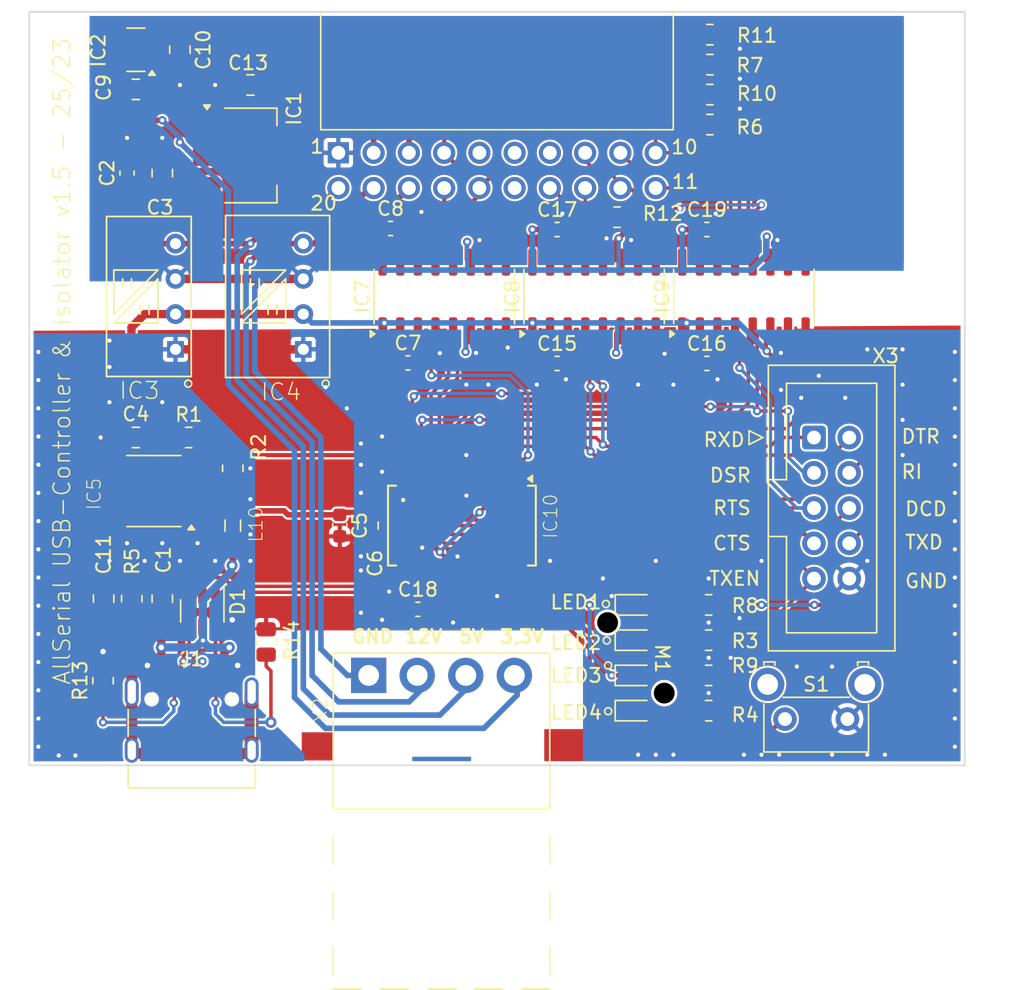
<source format=kicad_pcb>
(kicad_pcb (version 20240108) (generator "pcbnew") (generator_version "8.0")
  (layers (0 "F.Cu" signal "Top") (31 "B.Cu" signal "Bottom") (34 "B.Paste" user) (35 "F.Paste" user) (36 "B.SilkS" user "B.Silkscreen") (37 "F.SilkS" user "F.Silkscreen") (38 "B.Mask" user) (39 "F.Mask" user) (44 "Edge.Cuts" user))
  (net 0 "")
  (net 1 "GND")
  (net 2 "+5V")
  (net 3 "GND1")
  (net 4 "+5V_1")
  (net 5 "Net-(IC5-G)")
  (net 6 "Net-(IC10-VCC)")
  (net 7 "Net-(D1-VBUS)")
  (net 8 "+3V3_1")
  (net 9 "Net-(J1-SHIELD)")
  (net 10 "Net-(IC10-3V3OUT)")
  (net 11 "Net-(D1-I{slash}O2-Pad4)")
  (net 12 "Net-(IC10-~{RI})")
  (net 13 "Net-(D1-I{slash}O1-Pad6)")
  (net 14 "+1V8_1")
  (net 15 "/~{PWEN}")
  (net 16 "Net-(IC10-TXD)")
  (net 17 "Net-(IC10-~{CTS})")
  (net 18 "Net-(IC10-~{DCD})")
  (net 19 "Net-(IC7E-INB)")
  (net 20 "Net-(IC7D-INB)")
  (net 22 "Net-(IC7B-OUTB)")
  (net 23 "Net-(IC10-~{DTR})")
  (net 25 "Net-(IC8C-OUTB)")
  (net 26 "Net-(IC10-CBUS4)")
  (net 27 "Net-(IC10-~{RTS})")
  (net 28 "Vio")
  (net 29 "Net-(IC10-~{DSR})")
  (net 30 "Net-(IC9E-INB)")
  (net 31 "Net-(IC9D-INB)")
  (net 32 "Net-(IC9C-OUTB)")
  (net 33 "Net-(IC9B-OUTB)")
  (net 34 "Net-(IC10-~{RESET})")
  (net 35 "Net-(IC10-CBUS1)")
  (net 36 "Net-(IC10-CBUS0)")
  (net 39 "Net-(J1-CC1)")
  (net 40 "/USB-")
  (net 41 "/USB+")
  (net 43 "Net-(J1-CC2)")
  (net 45 "Net-(LED2-A)")
  (net 46 "/RXDB")
  (net 47 "/RXDA")
  (net 48 "/TXENB")
  (net 49 "/TXENA")
  (net 50 "Net-(LED3-A)")
  (net 51 "Net-(LED1-A)")
  (net 52 "Net-(LED4-A)")
  (net 54 "+12V_1")
  (footprint "Inductor_SMD:L_0805_2012Metric" (layer "F.Cu") (at 129.4511 114.6236 90)
    (property "Reference" "L10")
    (property "Value" "~" (hide yes))
  )
  (footprint "LED_SMD:LED_0603_1608Metric" (layer "F.Cu") (at 158.49 122.8786)
    (property "Reference" "LED2")
    (property "Value" "RX")
  )
  (footprint "Capacitor_SMD:C_0603_1608Metric" (layer "F.Cu") (at 121.8311 89.2236 90)
    (property "Reference" "C2")
    (property "Value" "100n")
  )
  (footprint "Capacitor_SMD:C_0805_2012Metric" (layer "F.Cu") (at 124.3711 89.2236 90)
    (property "Reference" "C3")
    (property "Value" "10µ")
  )
  (footprint "Resistor_SMD:R_0805_2012Metric" (layer "F.Cu") (at 163.7411 120.3386)
    (property "Reference" "R8")
    (property "Value" "270")
  )
  (footprint "Capacitor_SMD:C_0805_2012Metric" (layer "F.Cu") (at 130.7211 82.8736 180)
    (property "Reference" "C13")
    (property "Value" "10µ")
  )
  (footprint "Package_SO:SSOP-28_5.3x10.2mm_P0.65mm" (layer "F.Cu") (at 145.9611 114.6236 -90)
    (property "Reference" "IC10")
    (property "Value" "FT232RL")
  )
  (footprint "Capacitor_SMD:C_0603_1608Metric" (layer "F.Cu") (at 142.7861 120.6561)
    (property "Reference" "C18")
    (property "Value" "100n")
  )
  (footprint "Resistor_SMD:R_0805_2012Metric" (layer "F.Cu") (at 163.7411 127.9586)
    (property "Reference" "R9")
    (property "Value" "270")
  )
  (footprint "LED_SMD:LED_0603_1608Metric" (layer "F.Cu") (at 158.49 127.9586)
    (property "Reference" "LED4")
    (property "Value" "TXEN")
  )
  (footprint "Resistor_SMD:R_0805_2012Metric" (layer "F.Cu") (at 126.2761 108.2736)
    (property "Reference" "R1")
    (property "Value" "1k")
  )
  (footprint "Resistor_SMD:R_0805_2012Metric" (layer "F.Cu") (at 129.4511 110.4961 90)
    (property "Reference" "R2")
    (property "Value" "10k")
  )
  (footprint "Button_Switch_THT:SW_SPST_Omron_B3F-315x_Angled" (layer "F.Cu") (at 173.740001 128.565 180)
    (property "Reference" "S1")
    (property "Value" "31-XX")
  )
  (footprint "AllSerial:Metz_PT11304HBBN_182" (layer "F.Cu") (at 144.49 125.4186)
    (property "Reference" "X2")
    (property "Value" "AKL18X-04W")
  )
  (footprint "Capacitor_SMD:C_0603_1608Metric" (layer "F.Cu") (at 137.16 114.6236 -90)
    (property "Reference" "C5")
    (property "Value" "100n")
  )
  (footprint "Capacitor_SMD:C_0805_2012Metric" (layer "F.Cu") (at 139.192 114.6236 -90)
    (property "Reference" "C6")
    (property "Value" "4µ7")
  )
  (footprint "Capacitor_SMD:C_0603_1608Metric" (layer "F.Cu") (at 142.07 102.9)
    (property "Reference" "C7")
    (property "Value" "100n")
  )
  (footprint "Capacitor_SMD:C_0603_1608Metric" (layer "F.Cu") (at 140.8211 93.2136)
    (property "Reference" "C8")
    (property "Value" "100n")
  )
  (footprint "Package_SO:SOIC-16_3.9x9.9mm_P1.27mm" (layer "F.Cu") (at 144.6911 98.1136 90)
    (property "Reference" "IC7")
    (property "Value" "ADuM142E0BRQZ-RL7")
  )
  (footprint "Package_SO:SOIC-16_3.9x9.9mm_P1.27mm" (layer "F.Cu") (at 166.2811 98.1136 90)
    (property "Reference" "IC9")
    (property "Value" "ADuM142E0BRQZ-RL7")
  )
  (footprint "Capacitor_SMD:C_0603_1608Metric" (layer "F.Cu") (at 152.8191 102.9396)
    (property "Reference" "C15")
    (property "Value" "100n")
  )
  (footprint "Capacitor_SMD:C_0603_1608Metric" (layer "F.Cu") (at 163.6141 102.9396)
    (property "Reference" "C16")
    (property "Value" "100n")
  )
  (footprint "Capacitor_SMD:C_0603_1608Metric" (layer "F.Cu") (at 152.8191 93.2876)
    (property "Reference" "C17")
    (property "Value" "100n")
  )
  (footprint "Package_TO_SOT_SMD:SOT-223-3_TabPin2" (layer "F.Cu") (at 130.7211 87.9536)
    (property "Reference" "IC1")
    (property "Value" "NCP1117ST")
  )
  (footprint "Capacitor_SMD:C_0805_2012Metric" (layer "F.Cu") (at 122.4661 83.1911)
    (property "Reference" "C9")
    (property "Value" "1µ")
  )
  (footprint "Capacitor_SMD:C_0805_2012Metric" (layer "F.Cu") (at 125.6411 80.3336 -90)
    (property "Reference" "C10")
    (property "Value" "1µ")
  )
  (footprint "AllSerial:MURATA-SC" (layer "F.Cu") (at 125.3236 98.1136 90)
    (property "Reference" "IC3")
    (property "Value" "CRE1S0505SC")
  )
  (footprint "AllSerial:XPPOWER-ILxxxxS" (layer "F.Cu") (at 134.5311 98.1136 90)
    (property "Reference" "IC4")
    (property "Value" "IL0512S")
  )
  (footprint "Capacitor_SMD:C_0805_2012Metric" (layer "F.Cu") (at 120.142 119.888 90)
    (property "Reference" "C11")
    (property "Value" "10n")
  )
  (footprint "Resistor_SMD:R_0805_2012Metric" (layer "F.Cu") (at 122.174 119.888 -90)
    (property "Reference" "R5")
    (property "Value" "1M")
  )
  (footprint "Resistor_SMD:R_0805_2012Metric" (layer "F.Cu") (at 163.83 81.407 180)
    (property "Reference" "R7")
    (property "Value" "10k")
  )
  (footprint "Resistor_SMD:R_0805_2012Metric" (layer "F.Cu") (at 163.83 83.566 180)
    (property "Reference" "R10")
    (property "Value" "10k")
  )
  (footprint "Resistor_SMD:R_0805_2012Metric" (layer "F.Cu") (at 163.83 79.248 180)
    (property "Reference" "R11")
    (property "Value" "10k")
  )
  (footprint "Resistor_SMD:R_0805_2012Metric" (layer "F.Cu") (at 157.1371 92.3986)
    (property "Reference" "R12")
    (property "Value" "10k")
  )
  (footprint "LED_SMD:LED_0603_1608Metric" (layer "F.Cu") (at 158.49 120.3386)
    (property "Reference" "LED1")
    (property "Value" "PWR")
  )
  (footprint "AllSerial:MasterBoard" (layer "F.Cu") (at 148.49 87.3)
    (property "Reference" "X4" (hide yes))
    (property "Value" "ALLSERIALMASTERM" (hide yes))
    (fp_line (start -33.7 -9.7) (end 33.7 -9.7) (stroke (width 0.12)) (layer "Edge.Cuts"))
    (fp_line (start -33.7 44.6) (end -33.7 -9.7) (stroke (width 0.12)) (layer "Edge.Cuts"))
    (fp_line (start 33.7 -9.7) (end 33.7 44.6) (stroke (width 0.12)) (layer "Edge.Cuts"))
    (fp_line (start 33.7 44.6) (end -33.7 44.6) (stroke (width 0.12)) (layer "Edge.Cuts"))
  )
  (footprint "Capacitor_SMD:C_0805_2012Metric" (layer "F.Cu") (at 122.4661 108.2736)
    (property "Reference" "C4")
    (property "Value" "10n")
  )
  (footprint "Capacitor_SMD:C_0603_1608Metric" (layer "F.Cu") (at 163.6141 93.2876)
    (property "Reference" "C19")
    (property "Value" "100n")
  )
  (footprint "Package_SO:SOIC-16_3.9x9.9mm_P1.27mm" (layer "F.Cu") (at 155.4861 98.1136 90)
    (property "Reference" "IC8")
    (property "Value" "ADuM142E0BRQZ-RL7")
  )
  (footprint "Package_SO:SOIC-8_3.9x4.9mm_P1.27mm" (layer "F.Cu") (at 123.7611 112.1336 180)
    (property "Reference" "IC5")
    (property "Value" "IRF7416")
  )
  (footprint "Package_TO_SOT_SMD:SOT-23-6" (layer "F.Cu") (at 127.254 120.777 -90)
    (property "Reference" "D1")
    (property "Value" "USBLC6-2")
  )
  (footprint "Connector_IDC:IDC-Header_2x05_P2.54mm_Vertical" (layer "F.Cu") (at 171.33 108.28)
    (property "Reference" "X3")
    (property "Value" "IDC-Header_2x05_P2.54mm_Vertical")
  )
  (footprint "Resistor_SMD:R_0805_2012Metric" (layer "F.Cu") (at 163.7411 122.8786 180)
    (property "Reference" "R3")
    (property "Value" "270")
  )
  (footprint "LED_SMD:LED_0603_1608Metric" (layer "F.Cu") (at 158.49 125.4186)
    (property "Reference" "LED3")
    (property "Value" "TX")
  )
  (footprint "Package_TO_SOT_SMD:SOT-23" (layer "F.Cu") (at 122.4661 80.3336 180)
    (property "Reference" "IC2")
    (property "Value" "MCP1700T-1802E")
  )
  (footprint "Resistor_SMD:R_0805_2012Metric" (layer "F.Cu") (at 163.7411 125.4186 180)
    (property "Reference" "R4")
    (property "Value" "270")
  )
  (footprint "Resistor_SMD:R_0805_2012Metric" (layer "F.Cu") (at 163.83 85.725 180)
    (property "Reference" "R6")
    (property "Value" "10k")
  )
  (footprint "Capacitor_SMD:C_0805_2012Metric" (layer "F.Cu") (at 124.3711 119.888 90)
    (property "Reference" "C1")
    (property "Value" "10n")
  )
  (footprint "Connector_USB:USB_C_Receptacle_G-Switch_GT-USB-7010ASV" (layer "F.Cu") (at 126.49 129.735)
    (property "Reference" "J1")
    (property "Value" "USB_C_Receptacle_USB2.0")
  )
  (footprint "Resistor_SMD:R_0805_2012Metric" (layer "F.Cu") (at 131.853 123.01 90)
    (property "Reference" "R14")
    (property "Value" "5k1")
  )
  (footprint "Resistor_SMD:R_0805_2012Metric" (layer "F.Cu") (at 120.1 125.8 90)
    (property "Reference" "R13")
    (property "Value" "5k1")
  )
  (footprint "AllSerial:Mentor 1296.1004" (layer "F.Cu") (at 158.49 124.153 -90)
    (property "Reference" "M1")
    (property "Value" "~")
  )
  (gr_rect (start 134.52 129.614) (end 136.552 131.446) (stroke (width 0.2)) (fill solid) (layer "F.Cu"))
  (gr_circle (center 126.238 104.394) (end 126.238 104.14) (stroke (width 0.12)) (fill none) (layer "F.SilkS"))
  (gr_circle (center 136.144 104.394) (end 136.144 104.14) (stroke (width 0.12)) (fill none) (layer "F.SilkS"))
  (gr_circle (center 156.337 120.269) (end 156.591 120.269) (stroke (width 0.12)) (fill none) (layer "F.SilkS"))
  (gr_circle (center 156.4 122.9) (end 156.654 122.9) (stroke (width 0.12)) (fill none) (layer "F.SilkS"))
  (gr_circle (center 156.5 124.7) (end 156.754 124.7) (stroke (width 0.12)) (fill none) (layer "F.SilkS"))
  (gr_circle (center 156.5 128) (end 156.754 128) (stroke (width 0.12)) (fill none) (layer "F.SilkS"))
  (gr_text "3,3V" (at 148.59 123.19 0) (layer "F.SilkS") (effects (font (size 0.9652 0.9652) (thickness 0.2)) (justify left bottom)))
  (gr_text "5V" (at 145.6436 123.19 0) (layer "F.SilkS") (effects (font (size 0.9652 0.9652) (thickness 0.2)) (justify left bottom)))
  (gr_text "12V" (at 141.732 123.19 0) (layer "F.SilkS") (effects (font (size 0.9652 0.9652) (thickness 0.2)) (justify left bottom)))
  (gr_text "RTS" (at 166.878 113.3536 0) (layer "F.SilkS") (effects (font (size 1 1)) (justify right)))
  (gr_text "RXD" (at 166.43 108.44 0) (layer "F.SilkS") (effects (font (size 1 1)) (justify right)))
  (gr_text "DSR" (at 166.878 110.998 0) (layer "F.SilkS") (effects (font (size 1 1)) (justify right)))
  (gr_text "CTS" (at 166.878 115.8936 0) (layer "F.SilkS") (effects (font (size 1 1)) (justify right)))
  (gr_text "RI" (at 177.546 110.744 0) (layer "F.SilkS") (effects (font (size 1 1)) (justify left)))
  (gr_text "DCD" (at 177.8 113.425 0) (layer "F.SilkS") (effects (font (size 1 1)) (justify left)))
  (gr_text "TXEN" (at 167.5511 118.4336 0) (layer "F.SilkS") (effects (font (size 1 1)) (justify right)))
  (gr_text "TXD" (at 177.8 115.824 0) (layer "F.SilkS") (effects (font (size 1 1)) (justify left)))
  (gr_text "AllSerial USB-Controller & isolator v1.5 - 25/23" (at 116.4336 79.3811 90) (layer "F.SilkS") (effects (font (size 1.2065 1.2065) (thickness 0.1016)) (justify right top)))
  (gr_text "GND" (at 177.8 118.618 0) (layer "F.SilkS") (effects (font (size 1 1)) (justify left)))
  (gr_text "GND" (at 137.922 123.19 0) (layer "F.SilkS") (effects (font (size 0.9652 0.9652) (thickness 0.2)) (justify left bottom)))
  (gr_text "DTR" (at 177.546 108.204 0) (layer "F.SilkS") (effects (font (size 1 1)) (justify left)))
  (segment (start 143.6861 120.6061) (end 143.7361 120.6561) (width 0.4064) (layer "F.Cu") (net 1))
  (segment (start 143.7361 120.6561) (end 144.3736 120.6561) (width 0.4064) (layer "F.Cu") (net 1))
  (segment (start 143.1036 116.2111) (end 143.6861 116.7936) (width 0.4064) (layer "F.Cu") (net 1))
  (segment (start 134.5311 101.9236) (end 125.3236 101.9236) (width 0.6096) (layer "F.Cu") (net 1))
  (segment (start 143.6861 118.2486) (end 143.6861 116.7936) (width 0.4064) (layer "F.Cu") (net 1))
  (segment (start 143.1011 116.2086) (end 143.1036 116.2111) (width 0.3048) (layer "F.Cu") (net 1))
  (segment (start 148.2361 118.2486) (end 148.2361 119.4386) (width 0.4064) (layer "F.Cu") (net 1))
  (segment (start 148.2361 119.4386) (end 148.5011 119.7036) (width 0.4064) (layer "F.Cu") (net 1))
  (segment (start 143.6861 118.2486) (end 143.6861 120.6061) (width 0.4064) (layer "F.Cu") (net 1))
  (segment (start 137.7061 115.5736) (end 139.6111 115.5736) (width 0.4064) (layer "F.Cu") (net 1))
  (segment (start 145.6361 118.2486) (end 145.6361 116.8536) (width 0.3048) (layer "F.Cu") (net 1))
  (segment (start 139.6111 115.5736) (end 142.4661 115.5736) (width 0.4064) (layer "F.Cu") (net 1))
  (segment (start 145.6361 116.8536) (end 145.6436 116.8461) (width 0.3048) (layer "F.Cu") (net 1))
  (segment (start 144.3736 120.6561) (end 145.3261 121.6086) (width 0.4064) (layer "F.Cu") (net 1))
  (segment (start 142.4661 115.5736) (end 143.1036 116.2111) (width 0.4064) (layer "F.Cu") (net 1))
  (segment (start 129.69 124.91) (end 129.7 124.9) (width 0.25) (layer "F.Cu") (net 1))
  (segment (start 123.29 126.238) (end 123.29 124.91) (width 0.6) (layer "F.Cu") (net 1))
  (segment (start 129.69 126.238) (end 129.69 124.91) (width 0.6) (layer "F.Cu") (net 1))
  (segment (start 146.2861 112.4646) (end 146.2861 110.9986) (width 0.4064) (layer "F.Cu") (net 1))
  (segment (start 123.29 124.91) (end 123.3 124.9) (width 0.25) (layer "F.Cu") (net 1))
  (segment (start 164.4346 104.1411) (end 164.3761 104.0826) (width 0.3048) (layer "F.Cu") (net 1))
  (segment (start 120.1 124.8875) (end 120.1 123.7) (width 0.25) (layer "F.Cu") (net 1))
  (via (at 146.2861 112.4646) (size 0.6048) (drill 0.3) (layers "F.Cu" "B.Cu") (net 1))
  (via (at 146.9771 102.1776) (size 0.6048) (drill 0.3) (layers "F.Cu" "B.Cu") (net 1))
  (via (at 168.9481 102.1776) (size 0.6048) (drill 0.3) (layers "F.Cu" "B.Cu") (net 1))
  (via (at 156.7561 119.7036) (size 0.6048) (drill 0.3) (layers "F.Cu" "B.Cu") (net 1))
  (via (at 143.1036 116.2111) (size 0.6048) (drill 0.3) (layers "F.Cu" "B.Cu") (net 1))
  (via (at 153.4541 104.0826) (size 0.6048) (drill 0.3) (layers "F.Cu" "B.Cu") (net 1))
  (via (at 148.5011 119.7036) (size 0.6048) (drill 0.3) (layers "F.Cu" "B.Cu") (net 1))
  (via (at 164.3761 104.0826) (size 0.6048) (drill 0.3) (layers "F.Cu" "B.Cu") (net 1))
  (via (at 145.3261 121.6086) (size 0.6048) (drill 0.3) (layers "F.Cu" "B.Cu") (net 1))
  (via (at 160.5661 102.2411) (size 0.6048) (drill 0.3) (layers "F.Cu" "B.Cu") (net 1))
  (via (at 175.1711 101.9236) (size 0.6048) (drill 0.3) (layers "F.Cu" "B.Cu") (net 1))
  (via (at 165.3286 124.1486) (size 0.6048) (drill 0.3) (layers "F.Cu" "B.Cu") (net 1))
  (via (at 128.1811 117.1636) (size 0.6048) (drill 0.3) (layers "F.Cu" "B.Cu") (net 1))
  (via (at 170.4086 105.4161) (size 0.6048) (drill 0.3) (layers "F.Cu" "B.Cu") (net 1))
  (via (at 176.4411 131.1336) (size 0.6048) (drill 0.3) (layers "F.Cu" "B.Cu") (net 1))
  (via (at 126.9111 115.8936) (size 0.6048) (drill 0.3) (layers "F.Cu" "B.Cu") (net 1))
  (via (at 177.7111 101.9236) (size 0.6048) (drill 0.3) (layers "F.Cu" "B.Cu") (net 1))
  (via (at 163.7411 126.6886) (size 0.6048) (drill 0.3) (layers "F.Cu" "B.Cu") (net 1))
  (via (at 163.7411 121.6086) (size 0.6048) (drill 0.3) (layers "F.Cu" "B.Cu") (net 1))
  (via (at 120.5611 117.1636) (size 0.6048) (drill 0.3) (layers "F.Cu" "B.Cu") (net 1))
  (via (at 147.8661 104.4636) (size 0.6048) (drill 0.3) (layers "F.Cu" "B.Cu") (net 1))
  (via (at 158.6611 104.4636) (size 0.6048) (drill 0.3) (layers "F.Cu" "B.Cu") (net 1))
  (via (at 172.6311 131.1336) (size 0.6048) (drill 0.3) (layers "F.Cu" "B.Cu") (net 1))
  (via (at 163.7411 124.1486) (size 0.6048) (drill 0.3) (layers "F.Cu" "B.Cu") (net 1))
  (via (at 168.8211 131.1336) (size 0.6048) (drill 0.3) (layers "F.Cu" "B.Cu") (net 1))
  (via (at 125.6411 117.1636) (size 0.6048) (drill 0.3) (layers "F.Cu" "B.Cu") (net 1))
  (via (at 171.6786 103.8286) (size 0.6048) (drill 0.3) (layers "F.Cu" "B.Cu") (net 1))
  (via (at 175.1711 117.1636) (size 0.6048) (drill 0.3) (layers "F.Cu" "B.Cu") (net 1))
  (via (at 124.3711 115.8936) (size 0.6048) (drill 0.3) (layers "F.Cu" "B.Cu") (net 1))
  (via (at 177.7111 107.0036) (size 0.6048) (drill 0.3) (layers "F.Cu" "B.Cu") (net 1))
  (via (at 177.7111 109.5436) (size 0.6048) (drill 0.3) (layers "F.Cu" "B.Cu") (net 1))
  (via (at 172.6311 124.7836) (size 0.6048) (drill 0.3) (layers "F.Cu" "B.Cu") (net 1))
  (via (at 177.7111 104.4636) (size 0.6048) (drill 0.3) (layers "F.Cu" "B.Cu") (net 1))
  (via (at 123.1011 117.1636) (size 0.6048) (drill 0.3) (layers "F.Cu" "B.Cu") (net 1))
  (via (at 149.2631 101.7966) (size 0.6048) (drill 0.3) (layers "F.Cu" "B.Cu") (net 1))
  (via (at 151.3586 104.4636) (size 0.6048) (drill 0.3) (layers "F.Cu" "B.Cu") (net 1))
  (via (at 145.6436 116.8461) (size 0.6048) (drill 0.3) (layers "F.Cu" "B.Cu") (net 1))
  (via (at 146.2786 104.4636) (size 0.6048) (drill 0.3) (layers "F.Cu" "B.Cu") (net 1))
  (via (at 161.2011 104.4636) (size 0.6048) (drill 0.3) (layers "F.Cu" "B.Cu") (net 1))
  (via (at 170.0911 124.7836) (size 0.6048) (drill 0.3) (layers "F.Cu" "B.Cu") (net 1))
  (via (at 165.9636 121.2911) (size 0.6048) (drill 0.3) (layers "F.Cu" "B.Cu") (net 1))
  (via (at 121.8311 115.8936) (size 0.6048) (drill 0.3) (layers "F.Cu" "B.Cu") (net 1))
  (via (at 173.5836 105.4161) (size 0.6048) (drill 0.3) (layers "F.Cu" "B.Cu") (net 1))
  (via (at 163.7411 118.4336) (size 0.6048) (drill 0.3) (layers "F.Cu" "B.Cu") (net 1))
  (via (at 120.5611 103.1936) (size 0.6048) (drill 0.3) (layers "F.Cu" "B.Cu") (net 1))
  (via (at 130.7211 112.7186) (size 0.6048) (drill 0.3) (layers "F.Cu" "B.Cu") (net 1))
  (via (at 120.5611 101.2886) (size 0.6048) (drill 0.3) (layers "F.Cu" "B.Cu") (net 1))
  (via (at 161.2011 131.1336) (size 0.6048) (drill 0.3) (layers "F.Cu" "B.Cu") (net 1))
  (via (at 120.5611 105.7336) (size 0.6048) (drill 0.3) (layers "F.Cu" "B.Cu") (net 1))
  (via (at 167.5511 117.1636) (size 0.6048) (drill 0.3) (layers "F.Cu" "B.Cu") (net 1))
  (via (at 124.3711 105.7336) (size 0.6048) (drill 0.3) (layers "F.Cu" "B.Cu") (net 1))
  (via (at 156.1211 118.4336) (size 0.6048) (drill 0.3) (layers "F.Cu" "B.Cu") (net 1))
  (via (at 152.3111 117.1636) (size 0.6048) (drill 0.3) (layers "F.Cu" "B.Cu") (net 1))
  (via (at 119.9261 108.2736) (size 0.6048) (drill 0.3) (layers "F.Cu" "B.Cu") (net 1))
  (via (at 130.7211 110.4961) (size 0.6048) (drill 0.3) (layers "F.Cu" "B.Cu") (net 1))
  (via (at 116.91 131.191) (size 0.6048) (drill 0.3) (layers "F.Cu" "B.Cu") (net 1))
  (via (at 166.2811 131.1336) (size 0.6048) (drill 0.3) (layers "F.Cu" "B.Cu") (net 1))
  (via (at 158.6611 131.1336) (size 0.6048) (drill 0.3) (layers "F.Cu" "B.Cu") (net 1))
  (via (at 118.11 131.191) (size 0.6048) (drill 0.3) (layers "F.Cu" "B.Cu") (net 1))
  (via (at 167.5511 131.1336) (size 0.6048) (drill 0.3) (layers "F.Cu" "B.Cu") (net 1))
  (via (at 159.9311 131.1336) (size 0.6048) (drill 0.3) (layers "F.Cu" "B.Cu") (net 1))
  (via (at 130.7211 115.2586) (size 0.6048) (drill 0.3) (layers "F.Cu" "B.Cu") (net 1))
  (via (at 175.1711 131.1336) (size 0.6048) (drill 0.3) (layers "F.Cu" "B.Cu") (net 1))
  (via (at 130.7211 117.1636) (size 0.6048) (drill 0.3) (layers "F.Cu" "B.Cu") (net 1))
  (via (at 168.9481 104.8446) (size 0.6048) (drill 0.3) (layers "F.Cu" "B.Cu") (net 1))
  (via (at 159.9311 117.1636) (size 0.6048) (drill 0.3) (layers "F.Cu" "B.Cu") (net 1))
  (via (at 129.413 121.412) (size 0.8) (drill 0.4) (layers "F.Cu" "B.Cu") (net 1))
  (via (at 138.684 112.268) (size 0.6) (drill 0.3) (layers "F.Cu" "B.Cu") (net 1))
  (via (at 141.732 112.776) (size 0.6) (drill 0.3) (layers "F.Cu" "B.Cu") (net 1))
  (via (at 138.684 116.84) (size 0.6) (drill 0.3) (layers "F.Cu" "B.Cu") (net 1))
  (via (at 181.483 114.3) (size 0.6) (drill 0.3) (layers "F.Cu" "B.Cu") (net 1))
  (via (at 137.668 106.172) (size 0.6) (drill 0.3) (layers "F.Cu" "B.Cu") (net 1))
  (via (at 181.483 116.332) (size 0.6) (drill 0.3) (layers "F.Cu" "B.Cu") (net 1))
  (via (at 115.443 112.268) (size 0.6) (drill 0.3) (layers "F.Cu" "B.Cu") (net 1))
  (via (at 181.483 130.556) (size 0.6) (drill 0.3) (layers "F.Cu" "B.Cu") (net 1))
  (via (at 138.684 108.712) (size 0.6) (drill 0.3) (layers "F.Cu" "B.Cu") (net 1))
  (via (at 181.483 122.428) (size 0.6) (drill 0.3) (layers "F.Cu" "B.Cu") (net 1))
  (via (at 138.684 110.236) (size 0.6) (drill 0.3) (layers "F.Cu" "B.Cu") (net 1))
  (via (at 115.443 122.428) (size 0.6) (drill 0.3) (layers "F.Cu" "B.Cu") (net 1))
  (via (at 115.443 124.46) (size 0.6) (drill 0.3) (layers "F.Cu" "B.Cu") (net 1))
  (via (at 181.483 128.524) (size 0.6) (drill 0.3) (layers "F.Cu" "B.Cu") (net 1))
  (via (at 115.443 126.492) (size 0.6) (drill 0.3) (layers "F.Cu" "B.Cu") (net 1))
  (via (at 115.443 120.396) (size 0.6) (drill 0.3) (layers "F.Cu" "B.Cu") (net 1))
  (via (at 181.483 126.492) (size 0.6) (drill 0.3) (layers "F.Cu" "B.Cu") (net 1))
  (via (at 115.443 114.3) (size 0.6) (drill 0.3) (layers "F.Cu" "B.Cu") (net 1))
  (via (at 181.483 108.204) (size 0.6) (drill 0.3) (layers "F.Cu" "B.Cu") (net 1))
  (via (at 140.716 119.38) (size 0.6) (drill 0.3) (layers "F.Cu" "B.Cu") (net 1))
  (via (at 181.483 106.172) (size 0.6) (drill 0.3) (layers "F.Cu" "B.Cu") (net 1))
  (via (at 138.684 117.856) (size 0.6) (drill 0.3) (layers "F.Cu" "B.Cu") (net 1))
  (via (at 115.443 116.332) (size 0.6) (drill 0.3) (layers "F.Cu" "B.Cu") (net 1))
  (via (at 140.208 110.744) (size 0.6) (drill 0.3) (layers "F.Cu" "B.Cu") (net 1))
  (via (at 115.443 110.236) (size 0.6) (drill 0.3) (layers "F.Cu" "B.Cu") (net 1))
  (via (at 136.144 104.648) (size 0.6) (drill 0.3) (layers "F.Cu" "B.Cu") (net 1))
  (via (at 140.208 121.412) (size 0.6) (drill 0.3) (layers "F.Cu" "B.Cu") (net 1))
  (via (at 181.483 124.46) (size 0.6) (drill 0.3) (layers "F.Cu" "B.Cu") (net 1))
  (via (at 115.443 118.364) (size 0.6) (drill 0.3) (layers "F.Cu" "B.Cu") (net 1))
  (via (at 181.483 120.396) (size 0.6) (drill 0.3) (layers "F.Cu" "B.Cu") (net 1))
  (via (at 129.8 124.7) (size 0.8) (drill 0.4) (layers "F.Cu" "B.Cu") (net 1))
  (via (at 115.443 104.14) (size 0.6) (drill 0.3) (layers "F.Cu" "B.Cu") (net 1))
  (via (at 181.483 112.268) (size 0.6) (drill 0.3) (layers "F.Cu" "B.Cu") (net 1))
  (via (at 181.483 102.108) (size 0.6) (drill 0.3) (layers "F.Cu" "B.Cu") (net 1))
  (via (at 120.1 123.7) (size 0.8) (drill 0.4) (layers "F.Cu" "B.Cu") (net 1))
  (via (at 181.483 104.14) (size 0.6) (drill 0.3) (layers "F.Cu" "B.Cu") (net 1))
  (via (at 138.684 120.904) (size 0.6) (drill 0.3) (layers "F.Cu" "B.Cu") (net 1))
  (via (at 181.483 118.364) (size 0.6) (drill 0.3) (layers "F.Cu" "B.Cu") (net 1))
  (via (at 181.483 110.236) (size 0.6) (drill 0.3) (layers "F.Cu" "B.Cu") (net 1))
  (via (at 115.443 130.556) (size 0.6) (drill 0.3) (layers "F.Cu" "B.Cu") (net 1))
  (via (at 140.208 108.204) (size 0.6) (drill 0.3) (layers "F.Cu" "B.Cu") (net 1))
  (via (at 115.443 128.524) (size 0.6) (drill 0.3) (layers "F.Cu" "B.Cu") (net 1))
  (via (at 144.37 102.2) (size 0.6) (drill 0.3) (layers "F.Cu" "B.Cu") (net 1))
  (via (at 123.3 124.7) (size 0.8) (drill 0.4) (layers "F.Cu" "B.Cu") (net 1))
  (via (at 146.2786 109.5436) (size 0.6048) (drill 0.3) (layers "F.Cu" "B.Cu") (net 1))
  (via (at 115.443 108.204) (size 0.6) (drill 0.3) (layers "F.Cu" "B.Cu") (net 1))
  (via (at 115.443 102.108) (size 0.6) (drill 0.3) (layers "F.Cu" "B.Cu") (net 1))
  (via (at 115.443 106.172) (size 0.6) (drill 0.3) (layers "F.Cu" "B.Cu") (net 1))
  (segment (start 121.5161 108.2736) (end 121.5161 106.6886) (width 0.6) (layer "F.Cu") (net 2))
  (segment (start 121.5136 108.9111) (end 121.5161 108.2736) (width 0.6) (layer "F.Cu") (net 2))
  (segment (start 164.6911 125.4186) (end 164.6911 122.8786) (width 0.3048) (layer "F.Cu") (net 2))
  (segment (start 164.6911 122.8786) (end 164.6911 120.3386) (width 0.3048) (layer "F.Cu") (net 2))
  (segment (start 121.1611 111.4986) (end 121.1611 110.2286) (width 0.6) (layer "F.Cu") (net 2))
  (segment (start 122.1486 100.3361) (end 122.1486 105.4161) (width 0.6) (layer "F.Cu") (net 2))
  (segment (start 121.1611 114.0386) (end 121.1611 112.7686) (width 0.6) (layer "F.Cu") (net 2))
  (segment (start 121.1611 112.7686) (end 121.1611 111.4986) (width 0.6) (layer "F.Cu") (net 2))
  (segment (start 121.1611 109.8961) (end 121.5136 109.5436) (width 0.6) (layer "F.Cu") (net 2))
  (segment (start 123.1011 99.3836) (end 122.1486 100.3361) (width 0.6) (layer "F.Cu") (net 2))
  (segment (start 164.6911 120.3386) (end 167.5511 120.3386) (width 0.3048) (layer "F.Cu") (net 2))
  (segment (start 121.1611 110.2286) (end 121.1611 109.8961) (width 0.6) (layer "F.Cu") (net 2))
  (segment (start 121.5136 109.5436) (end 121.5136 108.9111) (width 0.6) (layer "F.Cu") (net 2))
  (segment (start 122.1511 106.0536) (end 122.1486 105.4161) (width 0.6) (layer "F.Cu") (net 2))
  (segment (start 125.3236 99.3836) (end 123.1011 99.3836) (width 0.6) (layer "F.Cu") (net 2))
  (segment (start 125.3236 99.3836) (end 134.5311 99.3836) (width 0.6096) (layer "F.Cu") (net 2))
  (segment (start 121.5161 106.6886) (end 122.1511 106.0536) (width 0.6) (layer "F.Cu") (net 2))
  (segment (start 162.1536 100.0186) (end 162.1536 102.2541) (width 0.4064) (layer "F.Cu") (net 2))
  (segment (start 142.4686 100.7511) (end 142.4686 101.7264) (width 0.4) (layer "F.Cu") (net 2))
  (segment (start 140.3731 100.0186) (end 140.3731 101.9781) (width 0.4064) (layer "F.Cu") (net 2))
  (segment (start 140.3731 101.9781) (end 141.295 102.9) (width 0.4064) (layer "F.Cu") (net 2))
  (segment (start 151.0411 100.0186) (end 151.0411 101.9366) (width 0.4) (layer "F.Cu") (net 2))
  (segment (start 172.5041 103.0666) (end 176.4411 107.0036) (width 0.3048) (layer "F.Cu") (net 2))
  (segment (start 167.8686 100.7511) (end 167.8686 101.9871) (width 0.3048) (layer "F.Cu") (net 2))
  (segment (start 151.0411 101.9366) (end 152.0441 102.9396) (width 0.4) (layer "F.Cu") (net 2))
  (segment (start 168.9481 103.0666) (end 172.5041 103.0666) (width 0.3048) (layer "F.Cu") (net 2))
  (segment (start 167.9321 102.0506) (end 168.9481 103.0666) (width 0.3048) (layer "F.Cu") (net 2))
  (segment (start 164.0586 100.7511) (end 164.0586 101.7201) (width 0.4) (layer "F.Cu") (net 2))
  (segment (start 162.1536 102.2541) (end 162.8391 102.9396) (width 0.4064) (layer "F.Cu") (net 2))
  (segment (start 176.4411 118.4336) (end 174.5361 120.3386) (width 0.3048) (layer "F.Cu") (net 2))
  (segment (start 142.4686 101.7264) (end 141.295 102.9) (width 0.4) (layer "F.Cu") (net 2))
  (segment (start 167.8686 101.9871) (end 167.9321 102.0506) (width 0.3048) (layer "F.Cu") (net 2))
  (segment (start 176.4411 107.0036) (end 176.4411 118.4336) (width 0.3048) (layer "F.Cu") (net 2))
  (segment (start 153.2636 100.7511) (end 153.2636 101.7201) (width 0.4) (layer "F.Cu") (net 2))
  (segment (start 146.2786 102.0528) (end 146.2234 102.108) (width 0.3048) (layer "F.Cu") (net 2))
  (segment (start 153.2636 101.7201) (end 152.0441 102.9396) (width 0.4) (layer "F.Cu") (net 2))
  (segment (start 174.5361 120.3386) (end 171.3611 120.3386) (width 0.3048) (layer "F.Cu") (net 2))
  (segment (start 164.0586 101.7201) (end 162.8391 102.9396) (width 0.4) (layer "F.Cu") (net 2))
  (segment (start 157.0736 102.1776) (end 157.0736 100.7511) (width 0.3048) (layer "F.Cu") (net 2))
  (segment (start 146.2786 100.7511) (end 146.2786 102.0528) (width 0.3048) (layer "F.Cu") (net 2))
  (via (at 171.3611 120.3386) (size 0.6048) (drill 0.3) (layers "F.Cu" "B.Cu") (net 2))
  (via (at 167.9321 102.0506) (size 0.6048) (drill 0.3) (layers "F.Cu" "B.Cu") (net 2))
  (via (at 167.5511 120.3386) (size 0.6048) (drill 0.3) (layers "F.Cu" "B.Cu") (net 2))
  (via (at 151.0411 100.0186) (size 0.6048) (drill 0.3) (layers "F.Cu" "B.Cu") (net 2))
  (via (at 157.0736 102.1776) (size 0.6048) (drill 0.3) (layers "F.Cu" "B.Cu") (net 2))
  (via (at 140.3731 100.0186) (size 0.6048) (drill 0.3) (layers "F.Cu" "B.Cu") (net 2))
  (via (at 162.1536 100.0186) (size 0.6048) (drill 0.3) (layers "F.Cu" "B.Cu") (net 2))
  (via (at 146.2234 102.108) (size 0.6048) (drill 0.3) (layers "F.Cu" "B.Cu") (net 2))
  (segment (start 167.5511 120.3386) (end 171.3611 120.3386) (width 0.3048) (layer "B.Cu") (net 2))
  (segment (start 159.2961 100.0186) (end 162.1536 100.0186) (width 0.4064) (layer "B.Cu") (net 2))
  (segment (start 146.2151 100.0186) (end 151.0411 100.0186) (width 0.4064) (layer "B.Cu") (net 2))
  (segment (start 135.1661 100.0186) (end 134.5311 99.3836) (width 0.4064) (layer "B.Cu") (net 2))
  (segment (start 157.1371 102.1141) (end 157.1371 100.0186) (width 0.3048) (layer "B.Cu") (net 2))
  (segment (start 165.9001 100.0186) (end 162.1536 100.0186) (width 0.4064) (layer "B.Cu") (net 2))
  (segment (start 146.2151 102.0997) (end 146.2234 102.108) (width 0.3048) (layer "B.Cu") (net 2))
  (segment (start 167.9321 102.0506) (end 165.9001 100.0186) (width 0.4064) (layer "B.Cu") (net 2))
  (segment (start 146.2151 100.0186) (end 146.2151 102.0997) (width 0.3048) (layer "B.Cu") (net 2))
  (segment (start 151.0411 100.0186) (end 159.2961 100.0186) (width 0.4064) (layer "B.Cu") (net 2))
  (segment (start 157.0736 102.1776) (end 157.1371 102.1141) (width 0.3048) (layer "B.Cu") (net 2))
  (segment (start 146.2151 100.0186) (end 135.1661 100.0186) (width 0.4064) (layer "B.Cu") (net 2))
  (segment (start 125.4125 85.6422) (end 124.3711 86.6836) (width 0.4064) (layer "F.Cu") (net 3))
  (segment (start 121.8311 88.2736) (end 121.8311 86.6836) (width 0.4064) (layer "F.Cu") (net 3))
  (segment (start 127.6223 85.6422) (end 125.4125 85.6422) (width 0.4064) (layer "F.Cu") (net 3))
  (segment (start 121.8311 86.6836) (end 124.3711 86.6836) (width 0.4064) (layer "F.Cu") (net 3))
  (segment (start 128.1811 82.8736) (end 129.7711 82.8736) (width 0.4064) (layer "F.Cu") (net 3))
  (segment (start 123.4186 83.1886) (end 123.4161 83.1911) (width 0.4064) (layer "F.Cu") (net 3))
  (segment (start 124.3711 88.2736) (end 124.3711 86.6836) (width 0.4064) (layer "F.Cu") (net 3))
  (segment (start 125.6411 81.2836) (end 125.6411 82.8736) (width 0.4064) (layer "F.Cu") (net 3))
  (segment (start 127.6223 85.6422) (end 127.6223 83.4324) (width 0.4064) (layer "F.Cu") (net 3))
  (segment (start 123.4186 82.2386) (end 123.4186 83.1886) (width 0.4064) (layer "F.Cu") (net 3))
  (segment (start 123.5661 81.2836) (end 125.6411 81.2836) (width 0.4064) (layer "F.Cu") (net 3))
  (segment (start 127.6223 83.4324) (end 128.1811 82.8736) (width 0.4064) (layer "F.Cu") (net 3))
  (segment (start 125.3236 96.8436) (end 134.5311 96.8436) (width 0.6096) (layer "F.Cu") (net 3))
  (segment (start 123.4661 82.1911) (end 123.4661 81.2836) (width 0.4064) (layer "F.Cu") (net 3))
  (segment (start 123.4186 82.2386) (end 123.4661 82.1911) (width 0.4064) (layer "F.Cu") (net 3))
  (via (at 124.3711 86.6836) (size 0.6048) (drill 0.3) (layers "F.Cu" "B.Cu") (net 3))
  (via (at 121.8311 86.6836) (size 0.6048) (drill 0.3) (layers "F.Cu" "B.Cu") (net 3))
  (via (at 125.6411 82.8736) (size 0.6048) (drill 0.3) (layers "F.Cu" "B.Cu") (net 3))
  (via (at 128.1811 82.8736) (size 0.6048) (drill 0.3) (layers "F.Cu" "B.Cu") (net 3))
  (via (at 158.1531 94.0496) (size 0.6048) (drill 0.3) (layers "F.Cu" "B.Cu") (net 3))
  (via (at 147.2311 94.0496) (size 0.6048) (drill 0.3) (layers "F.Cu" "B.Cu") (net 3))
  (via (at 164.2491 92.1446) (size 0.6048) (drill 0.3) (layers "F.Cu" "B.Cu") (net 3))
  (via (at 168.6941 94.0496) (size 0.6048) (drill 0.3) (layers "F.Cu" "B.Cu") (net 3))
  (via (at 165.989 82.423) (size 0.5) (drill 0.3) (layers "F.Cu" "B.Cu") (net 3))
  (via (at 165.989 80.264) (size 0.5) (drill 0.3) (layers "F.Cu" "B.Cu") (net 3))
  (via (at 165.989 84.582) (size 0.5) (drill 0.3) (layers "F.Cu" "B.Cu") (net 3))
  (via (at 153.2001 92.1446) (size 0.6048) (drill 0.3) (layers "F.Cu" "B.Cu") (net 3))
  (via (at 156.381 93.9226) (size 0.6) (drill 0.3) (layers "F.Cu" "B.Cu") (net 3))
  (via (at 143.0401 92.0176) (size 0.6048) (drill 0.3) (layers "F.Cu" "B.Cu") (net 3))
  (segment (start 131.9911 96.5261) (end 132.3086 96.5261) (width 0.4064) (layer "B.Cu") (net 3))
  (segment (start 131.0386 97.4786) (end 131.9911 96.5261) (width 0.4064) (layer "B.Cu") (net 3))
  (segment (start 139.4411 125.4186) (end 137.7061 125.4186) (width 0.4064) (layer "B.Cu") (net 3))
  (segment (start 131.0386 103.5111) (end 131.0386 97.4786) (width 0.4064) (layer "B.Cu") (net 3))
  (segment (start 135.8011 123.5136) (end 135.8011 108.2736) (width 0.4064) (layer "B.Cu") (net 3))
  (segment (start 135.8011 108.2736) (end 131.0386 103.5111) (width 0.4064) (layer "B.Cu") (net 3))
  (segment (start 137.7061 125.4186) (end 135.8011 123.5136) (width 0.4064) (layer "B.Cu") (net 3))
  (segment (start 130.7211 94.3036) (end 125.3236 94.3036) (width 0.4064) (layer "F.Cu") (net 4))
  (segment (start 125.3236 94.3036) (end 123.1011 94.3036) (width 0.4064) (layer "F.Cu") (net 4))
  (segment (start 125.6411 90.1761) (end 124.3736 90.1761) (width 0.4064) (layer "F.Cu") (net 4))
  (segment (start 121.8311 93.0336) (end 121.8311 90.1736) (width 0.4064) (layer "F.Cu") (net 4))
  (segment (start 125.73 90.265) (end 125.6411 90.1761) (width 0.4064) (layer "F.Cu") (net 4))
  (segment (start 123.1011 94.3036) (end 121.8311 93.0336) (width 0.4064) (layer "F.Cu") (net 4))
  (segment (start 124.3736 90.1761) (end 124.3711 90.1736) (width 0.4064) (layer "F.Cu") (net 4))
  (segment (start 121.8311 90.1736) (end 124.3711 90.1736) (width 0.4064) (layer "F.Cu") (net 4))
  (segment (start 127.6223 90.265) (end 125.73 90.265) (width 0.4064) (layer "F.Cu") (net 4))
  (segment (start 131.9911 93.0336) (end 134.28675 93.0336) (width 0.4064) (layer "F.Cu") (net 4))
  (segment (start 137.02035 90.3) (end 137.06 90.3) (width 0.4064) (layer "F.Cu") (net 4))
  (segment (start 130.7211 94.3036) (end 131.9911 93.0336) (width 0.4064) (layer "F.Cu") (net 4))
  (segment (start 134.28675 93.0336) (end 137.02035 90.3) (width 0.4064) (layer "F.Cu") (net 4))
  (via (at 130.7211 94.3036) (size 0.6048) (drill 0.3) (layers "F.Cu" "B.Cu") (net 4))
  (segment (start 134.5311 108.9086) (end 129.7686 104.1461) (width 0.4064) (layer "B.Cu") (net 4))
  (segment (start 129.7686 104.1461) (end 129.7686 95.2561) (width 0.4064) (layer "B.Cu") (net 4))
  (segment (start 129.7686 95.2561) (end 130.7211 94.3036) (width 0.4064) (layer "B.Cu") (net 4))
  (segment (start 146.4411 126.2086) (end 144.3736 128.2761) (width 0.4064) (layer "B.Cu") (net 4))
  (segment (start 146.4411 125.4186) (end 146.4411 126.2086) (width 0.4064) (layer "B.Cu") (net 4))
  (segment (start 134.5311 126.3711) (end 134.5311 108.9086) (width 0.4064) (layer "B.Cu") (net 4))
  (segment (start 144.3736 128.2761) (end 136.4361 128.2761) (width 0.4064) (layer "B.Cu") (net 4))
  (segment (start 136.4361 128.2761) (end 134.5311 126.3711) (width 0.4064) (layer "B.Cu") (net 4))
  (segment (start 125.3236 109.2261) (end 125.3236 108.2761) (width 0.4064) (layer "F.Cu") (net 5))
  (segment (start 126.3611 110.2636) (end 125.3236 109.2261) (width 0.4064) (layer "F.Cu") (net 5))
  (segment (start 123.4161 108.2736) (end 125.3261 108.2736) (width 0.4064) (layer "F.Cu") (net 5))
  (segment (start 125.3236 108.2761) (end 125.3261 108.2736) (width 0.4064) (layer "F.Cu") (net 5))
  (segment (start 126.3611 110.2286) (end 126.3611 110.2636) (width 0.4064) (layer "F.Cu") (net 5))
  (segment (start 126.3611 111.4986) (end 128.4486 111.4986) (width 0.5) (layer "F.Cu") (net 6))
  (segment (start 128.4486 111.4986) (end 128.4986 111.4486) (width 0.5) (layer "F.Cu") (net 6))
  (segment (start 129.4511 113.4236) (end 129.4511 111.4461) (width 0.5) (layer "F.Cu") (net 6))
  (segment (start 148.2361 110.9986) (end 148.2361 112.6661) (width 0.3048) (layer "F.Cu") (net 6))
  (segment (start 141.5186 113.6736) (end 142.1511 114.3061) (width 0.4) (layer "F.Cu") (net 6))
  (segment (start 148.2361 112.6661) (end 147.2311 113.6711) (width 0.3048) (layer "F.Cu") (net 6))
  (segment (start 129.4486 111.4486) (end 129.4511 111.4461) (width 0.5) (layer "F.Cu") (net 6))
  (segment (start 128.4986 111.4486) (end 129.4486 111.4486) (width 0.5) (layer "F.Cu") (net 6))
  (segment (start 144.9861 117.1411) (end 144.3736 116.5286) (width 0.3048) (layer "F.Cu") (net 6))
  (segment (start 126.3611 112.7686) (end 126.3611 114.0386) (width 0.4064) (layer "F.Cu") (net 6))
  (segment (start 126.3611 111.4986) (end 126.3611 112.7686) (width 0.4064) (layer "F.Cu") (net 6))
  (segment (start 144.9861 118.2486) (end 144.9861 117.1411) (width 0.3048) (layer "F.Cu") (net 6))
  (segment (start 144.3736 116.5286) (end 142.1511 114.3061) (width 0.4064) (layer "F.Cu") (net 6))
  (segment (start 137.16 113.8486) (end 137.335 113.6736) (width 0.4) (layer "F.Cu") (net 6))
  (segment (start 133.29285 113.70285) (end 133.1511 113.5611) (width 0.4064) (layer "F.Cu") (net 6))
  (segment (start 137.335 113.6736) (end 139.192 113.6736) (width 0.4) (layer "F.Cu") (net 6))
  (segment (start 133.29285 113.70285) (end 133.4386 113.8486) (width 0.4) (layer "F.Cu") (net 6))
  (segment (start 133.1511 113.5611) (end 129.4511 113.5611) (width 0.4064) (layer "F.Cu") (net 6))
  (segment (start 133.4386 113.8486) (end 137.16 113.8486) (width 0.4) (layer "F.Cu") (net 6))
  (segment (start 139.192 113.6736) (end 141.5186 113.6736) (width 0.4) (layer "F.Cu") (net 6))
  (via (at 147.2311 113.6711) (size 0.6048) (drill 0.3) (layers "F.Cu" "B.Cu") (net 6))
  (via (at 144.3736 116.5286) (size 0.6048) (drill 0.3) (layers "F.Cu" "B.Cu") (net 6))
  (segment (start 144.3736 116.5286) (end 147.2311 113.6711) (width 0.3048) (layer "B.Cu") (net 6))
  (segment (start 129.4511 115.6861) (end 129.4511 117.4489) (width 0.5) (layer "F.Cu") (net 7))
  (segment (start 129.4511 117.4489) (end 129.4 117.5) (width 0.5) (layer "F.Cu") (net 7))
  (segment (start 127.254 122.854) (end 127.3 122.9) (width 0.25) (layer "F.Cu") (net 7))
  (segment (start 128.89 126.238) (end 128.89 125.295476) (width 0.6) (layer "F.Cu") (net 7))
  (segment (start 124.3 120.9091) (end 124.3711 120.838) (width 0.6) (layer "F.Cu") (net 7))
  (segment (start 124.3 123.4) (end 124.3 124.905476) (width 0.6) (layer "F.Cu") (net 7))
  (segment (start 128.8476 123.7524) (end 129.2 123.4) (width 0.6) (layer "F.Cu") (net 7))
  (segment (start 128.89 125.295476) (end 128.8476 125.253076) (width 0.6) (layer "F.Cu") (net 7))
  (segment (start 127.254 121.9145) (end 127.254 122.854) (width 0.25) (layer "F.Cu") (net 7))
  (segment (start 128.8476 125.253076) (end 128.8476 123.7524) (width 0.6) (layer "F.Cu") (net 7))
  (segment (start 124.3 124.905476) (end 124.09 125.115476) (width 0.6) (layer "F.Cu") (net 7))
  (segment (start 124.3 123.4) (end 124.3 120.9091) (width 0.6) (layer "F.Cu") (net 7))
  (segment (start 124.09 125.115476) (end 124.09 126.01) (width 0.6) (layer "F.Cu") (net 7))
  (via (at 124.3 123.4) (size 0.8) (drill 0.4) (layers "F.Cu" "B.Cu") (net 7))
  (via (at 129.4 117.5) (size 0.8) (drill 0.4) (layers "F.Cu" "B.Cu") (net 7))
  (via (at 129.2 123.4) (size 0.8) (drill 0.4) (layers "F.Cu" "B.Cu") (net 7))
  (via (at 127.3 122.9) (size 0.6) (drill 0.3) (layers "F.Cu" "B.Cu") (net 7))
  (segment (start 124.5 123.4) (end 126.8 123.4) (width 0.6) (layer "B.Cu") (net 7))
  (segment (start 127.3 119.969) (end 129.320495 117.948505) (width 0.6) (layer "B.Cu") (net 7))
  (segment (start 128.8 123.4) (end 128.9 123.3) (width 0.25) (layer "B.Cu") (net 7))
  (segment (start 127.3 122.9) (end 127.3 123) (width 0.25) (layer "B.Cu") (net 7))
  (segment (start 127.3 123) (end 127.7 123.4) (width 0.6) (layer "B.Cu") (net 7))
  (segment (start 127.7 123.4) (end 128.8 123.4) (width 0.6) (layer "B.Cu") (net 7))
  (segment (start 126.8 123.4) (end 127.3 122.9) (width 0.6) (layer "B.Cu") (net 7))
  (segment (start 127.3 122.9) (end 127.3 119.969) (width 0.6) (layer "B.Cu") (net 7))
  (segment (start 133.2611 82.8736) (end 131.6711 82.8736) (width 0.4064) (layer "F.Cu") (net 8))
  (segment (start 122.4661 85.4136) (end 124.3711 85.4136) (width 0.4064) (layer "F.Cu") (net 8))
  (segment (start 121.5161 84.4636) (end 122.4661 85.4136) (width 0.4064) (layer "F.Cu") (net 8))
  (segment (start 133.8201 87.9536) (end 133.8201 85.4136) (width 0.4064) (layer "F.Cu") (net 8))
  (segment (start 133.8201 83.4326) (end 133.2611 82.8736) (width 0.4064) (layer "F.Cu") (net 8))
  (segment (start 127.6223 87.9536) (end 133.8201 87.9536) (width 1.016) (layer "F.Cu") (net 8))
  (segment (start 127.6223 87.9536) (end 126.5936 87.9536) (width 0.4064) (layer "F.Cu") (net 8))
  (segment (start 126.5936 87.9536) (end 125.6411 87.0011) (width 0.4064) (layer "F.Cu") (net 8))
  (segment (start 121.5136 81.9211) (end 121.5136 83.1886) (width 0.4064) (layer "F.Cu") (net 8))
  (segment (start 121.5161 83.1911) (end 121.5161 84.4636) (width 0.4064) (layer "F.Cu") (net 8))
  (segment (start 121.5136 83.1886) (end 121.5161 83.1911) (width 0.4064) (layer "F.Cu") (net 8))
  (segment (start 133.8201 85.4136) (end 133.8201 83.4326) (width 0.4064) (layer "F.Cu") (net 8))
  (segment (start 138.3411 85.4136) (end 133.8201 85.4136) (width 0.4064) (layer "F.Cu") (net 8))
  (segment (start 121.4661 81.8736) (end 121.4661 80.3336) (width 0.4064) (layer "F.Cu") (net 8))
  (segment (start 121.5136 81.9211) (end 121.4661 81.8736) (width 0.4064) (layer "F.Cu") (net 8))
  (segment (start 139.6 87.76) (end 139.6 86.6725) (width 0.4064) (layer "F.Cu") (net 8))
  (segment (start 139.6 86.6725) (end 138.3411 85.4136) (width 0.4064) (layer "F.Cu") (net 8))
  (via (at 124.3711 85.4136) (size 0.6048) (drill 0.3) (layers "F.Cu" "B.Cu") (net 8))
  (via (at 125.6411 87.0011) (size 0.6048) (drill 0.3) (layers "F.Cu" "B.Cu") (net 8))
  (segment (start 147.5486 129.2286) (end 136.1186 129.2286) (width 0.4064) (layer "B.Cu") (net 8))
  (segment (start 149.9411 125.4186) (end 149.9411 126.8361) (width 0.4064) (layer "B.Cu") (net 8))
  (segment (start 133.8961 109.2261) (end 129.1336 104.4636) (width 0.4064) (layer "B.Cu") (net 8))
  (segment (start 149.9411 126.8361) (end 147.5486 129.2286) (width 0.4064) (layer "B.Cu") (net 8))
  (segment (start 136.1186 129.2286) (end 133.8961 127.0061) (width 0.4064) (layer "B.Cu") (net 8))
  (segment (start 129.1336 104.4636) (end 129.1336 90.4936) (width 0.4064) (layer "B.Cu") (net 8))
  (segment (start 133.8961 127.0061) (end 133.8961 109.2261) (width 0.4064) (layer "B.Cu") (net 8))
  (segment (start 125.6411 86.6836) (end 124.3711 85.4136) (width 0.4064) (layer "B.Cu") (net 8))
  (segment (start 125.6411 87.0011) (end 125.6411 86.6836) (width 0.4064) (layer "B.Cu") (net 8))
  (segment (start 129.1336 90.4936) (end 125.6411 87.0011) (width 0.4064) (layer "B.Cu") (net 8))
  (segment (start 121.1961 122.2436) (end 122.1 123.1475) (width 0.8) (layer "F.Cu") (net 9))
  (segment (start 130.8 126.848) (end 130.81 126.838) (width 1.016) (layer "F.Cu") (net 9))
  (segment (start 130.81 131.038) (end 130.8 131.028) (width 1.016) (layer "F.Cu") (net 9))
  (segment (start 122.17 131.038) (end 122.17 126.838) (width 0.8) (layer "F.Cu") (net 9))
  (segment (start 122.1486 121.2911) (end 121.1961 122.2436) (width 0.8) (layer "F.Cu") (net 9))
  (segment (start 122.17 123.2175) (end 122.1 123.1475) (width 0.8) (layer "F.Cu") (net 9))
  (segment (start 122.17 131.038) (end 130.81 131.038) (width 0.8) (layer "F.Cu") (net 9))
  (segment (start 122.17 126.838) (end 122.17 123.2175) (width 0.8) (layer "F.Cu") (net 9))
  (segment (start 122.1486 120.8005) (end 122.1486 121.2911) (width 0.8) (layer "F.Cu") (net 9))
  (segment (start 120.142 121.1895) (end 120.142 120.838) (width 0.8) (layer "F.Cu") (net 9))
  (segment (start 130.8 131.028) (end 130.8 126.848) (width 1.016) (layer "F.Cu") (net 9))
  (segment (start 121.1961 122.2436) (end 120.142 121.1895) (width 0.8) (layer "F.Cu") (net 9))
  (segment (start 143.0361 119.3486) (end 141.8361 120.5486) (width 0.4) (layer "F.Cu") (net 10))
  (segment (start 143.0361 118.2236) (end 143.0361 119.3486) (width 0.4) (layer "F.Cu") (net 10))
  (segment (start 141.8361 120.5486) (end 141.8361 120.6561) (width 0.4) (layer "F.Cu") (net 10))
  (segment (start 125.74 124.56) (end 125.9 124.4) (width 0.25) (layer "F.Cu") (net 11))
  (segment (start 125.74 126.238) (end 125.74 124.56) (width 0.25) (layer "F.Cu") (net 11))
  (segment (start 126.304 121.9145) (end 126.304 123.6) (width 0.25) (layer "F.Cu") (net 11))
  (segment (start 126.304 123.6) (end 125.9 124.004) (width 0.25) (layer "F.Cu") (net 11))
  (segment (start 125.9 124.004) (end 125.9 124.4) (width 0.25) (layer "F.Cu") (net 11))
  (segment (start 126.74 126.238) (end 126.74 125.02908) (width 0.25) (layer "F.Cu") (net 11))
  (segment (start 126.74 125.02908) (end 127.263 124.50608) (width 0.25) (layer "F.Cu") (net 11))
  (segment (start 127.263 124.50608) (end 127.263 124.4) (width 0.25) (layer "F.Cu") (net 11))
  (via (at 127.263 124.4) (size 0.6) (drill 0.3) (layers "F.Cu" "B.Cu") (net 11))
  (via (at 125.9 124.4) (size 0.6) (drill 0.3) (layers "F.Cu" "B.Cu") (net 11))
  (segment (start 125.9 124.4) (end 127.263 124.4) (width 0.3) (layer "B.Cu") (net 11))
  (segment (start 175.1711 109.5436) (end 175.1711 107.6386) (width 0.25) (layer "F.Cu") (net 12))
  (segment (start 169.3291 107.6386) (end 165.5826 107.6386) (width 0.25) (layer "F.Cu") (net 12))
  (segment (start 170.3451 106.6226) (end 169.3291 107.6386) (width 0.25) (layer "F.Cu") (net 12))
  (segment (start 146.9361 110.9986) (end 146.9361 109.2036) (width 0.25) (layer "F.Cu") (net 12))
  (segment (start 175.1711 107.6386) (end 174.1551 106.6226) (width 0.25) (layer "F.Cu") (net 12))
  (segment (start 148.5011 107.6386) (end 165.0746 107.6386) (width 0.25) (layer "F.Cu") (net 12))
  (segment (start 173.9011 110.8136) (end 175.1711 109.5436) (width 0.25) (layer "F.Cu") (net 12))
  (segment (start 165.3286 107.0671) (end 166.5986 105.7971) (width 0.25) (layer "F.Cu") (net 12))
  (segment (start 165.5826 107.6386) (end 165.3286 107.3846) (width 0.25) (layer "F.Cu") (net 12))
  (segment (start 146.9361 109.2036) (end 148.5011 107.6386) (width 0.25) (layer "F.Cu") (net 12))
  (segment (start 166.5986 105.7971) (end 166.5986 100.7511) (width 0.25) (layer "F.Cu") (net 12))
  (segment (start 165.3286 107.3846) (end 165.3286 107.0671) (width 0.25) (layer "F.Cu") (net 12))
  (segment (start 174.1551 106.6226) (end 170.3451 106.6226) (width 0.25) (layer "F.Cu") (net 12))
  (segment (start 165.0746 107.6386) (end 165.3286 107.3846) (width 0.25) (layer "F.Cu") (net 12))
  (segment (start 126.6 124.126) (end 127.126 123.6) (width 0.25) (layer "F.Cu") (net 13))
  (segment (start 127.126 123.6) (end 128.204 123.6) (width 0.25) (layer "F.Cu") (net 13))
  (segment (start 127.24 125.26) (end 127.24 126.238) (width 0.25) (layer "F.Cu") (net 13))
  (segment (start 126.6 124.6) (end 126.6 124.126) (width 0.25) (layer "F.Cu") (net 13))
  (segment (start 126.24 126.238) (end 126.24 124.96) (width 0.25) (layer "F.Cu") (net 13))
  (segment (start 128.204 123.6) (end 128.204 124.296) (width 0.25) (layer "F.Cu") (net 13))
  (segment (start 128.204 121.9145) (end 128.204 123.6) (width 0.25) (layer "F.Cu") (net 13))
  (segment (start 126.24 124.96) (end 126.6 124.6) (width 0.25) (layer "F.Cu") (net 13))
  (segment (start 128.204 124.296) (end 127.24 125.26) (width 0.25) (layer "F.Cu") (net 13))
  (segment (start 123.5661 79.3836) (end 125.6411 79.3836) (width 0.4064) (layer "F.Cu") (net 14))
  (segment (start 125.6411 79.3836) (end 138.6611 79.3836) (width 0.4064) (layer "F.Cu") (net 14))
  (segment (start 138.6611 79.3836) (end 142.1511 82.8736) (width 0.4064) (layer "F.Cu") (net 14))
  (segment (start 142.1511 82.8736) (end 142.1511 87.7489) (width 0.4064) (layer "F.Cu") (net 14))
  (segment (start 142.1511 87.7489) (end 142.14 87.76) (width 0.4064) (layer "F.Cu") (net 14))
  (segment (start 128.1786 108.2736) (end 129.4511 109.5461) (width 0.4064) (layer "F.Cu") (net 15))
  (segment (start 127.2261 108.2736) (end 128.1786 108.2736) (width 0.4064) (layer "F.Cu") (net 15))
  (segment (start 141.7361 110.9986) (end 141.7361 110.0811) (width 0.3048) (layer "F.Cu") (net 15))
  (segment (start 141.2011 109.5461) (end 141.7361 110.0811) (width 0.3048) (layer "F.Cu") (net 15))
  (segment (start 129.4511 109.5461) (end 141.2011 109.5461) (width 0.3048) (layer "F.Cu") (net 15))
  (segment (start 174.5361 112.0836) (end 170.7261 112.0836) (width 0.25) (layer "F.Cu") (net 16))
  (segment (start 175.1711 112.7186) (end 175.1711 114.6236) (width 0.25) (layer "F.Cu") (net 16))
  (segment (start 150.1861 110.9986) (end 150.1861 112.1811) (width 0.25) (layer "F.Cu") (net 16))
  (segment (start 175.1711 114.6236) (end 173.9011 115.8936) (width 0.25) (layer "F.Cu") (net 16))
  (segment (start 150.7236 112.7186) (end 150.1861 112.1811) (width 0.25) (layer "F.Cu") (net 16))
  (segment (start 170.7261 112.0836) (end 170.0911 112.7186) (width 0.25) (layer "F.Cu") (net 16))
  (segment (start 150.1861 110.9986) (end 150.1861 110.0811) (width 0.25) (layer "F.Cu") (net 16))
  (segment (start 150.1861 110.0811) (end 150.7236 109.5436) (width 0.25) (layer "F.Cu") (net 16))
  (segment (start 174.5361 112.0836) (end 175.1711 112.7186) (width 0.25) (layer "F.Cu") (net 16))
  (segment (start 170.0911 112.7186) (end 150.7236 112.7186) (width 0.25) (layer "F.Cu") (net 16))
  (segment (start 143.7386 103.7686) (end 143.7386 100.7511) (width 0.25) (layer "F.Cu") (net 16))
  (segment (start 143.77 103.8) (end 143.7386 103.7686) (width 0.25) (layer "F.Cu") (net 16))
  (via (at 150.7236 109.5436) (size 0.6048) (drill 0.3) (layers "F.Cu" "B.Cu") (net 16))
  (via (at 143.77 103.8) (size 0.6048) (drill 0.3) (layers "F.Cu" "B.Cu") (net 16))
  (segment (start 150.7236 105.0986) (end 150.7236 109.5436) (width 0.25) (layer "B.Cu") (net 16))
  (segment (start 149.425 103.8) (end 150.7236 105.0986) (width 0.25) (layer "B.Cu") (net 16))
  (segment (start 143.77 103.8) (end 149.425 103.8) (width 0.25) (layer "B.Cu") (net 16))
  (segment (start 145.0086 115.2586) (end 170.7261 115.2586) (width 0.25) (layer "F.Cu") (net 17))
  (segment (start 145.0086 103.8921) (end 143.7386 105.1621) (width 0.25) (layer "F.Cu") (net 17))
  (segment (start 143.7386 105.1621) (end 143.7386 107.3211) (width 0.25) (layer "F.Cu") (net 17))
  (segment (start 143.6861 113.9361) (end 145.0086 115.2586) (width 0.25) (layer "F.Cu") (net 17))
  (segment (start 143.7386 107.3211) (end 143.6861 107.3736) (width 0.25) (layer "F.Cu") (net 17))
  (segment (start 170.7261 115.2586) (end 171.3611 115.8936) (width 0.25) (layer "F.Cu") (net 17))
  (segment (start 143.6861 107.3736) (end 143.6861 113.9361) (width 0.25) (layer "F.Cu") (net 17))
  (segment (start 145.0086 100.7511) (end 145.0086 103.8921) (width 0.25) (layer "F.Cu") (net 17))
  (segment (start 145.6436 104.0191) (end 145.6436 100.7511) (width 0.25) (layer "F.Cu") (net 18))
  (segment (start 144.3361 105.3266) (end 145.6436 104.0191) (width 0.25) (layer "F.Cu") (net 18))
  (segment (start 145.3261 114.6236) (end 144.3361 113.6336) (width 0.25) (layer "F.Cu") (net 18))
  (segment (start 144.3361 113.6336) (end 144.3361 105.3266) (width 0.25) (layer "F.Cu") (net 18))
  (segment (start 172.6311 114.6236) (end 145.3261 114.6236) (width 0.25) (layer "F.Cu") (net 18))
  (segment (start 173.9011 113.3536) (end 172.6311 114.6236) (width 0.25) (layer "F.Cu") (net 18))
  (segment (start 148.5011 89.0189) (end 147.2311 90.2889) (width 0.3048) (layer "F.Cu") (net 19))
  (segment (start 145.6436 92.3564) (end 145.6436 93.6264) (width 0.3048) (layer "F.Cu") (net 19))
  (segment (start 147.2311 90.7689) (end 145.6436 92.3564) (width 0.3048) (layer "F.Cu") (net 19))
  (segment (start 148.5011 84.1436) (end 148.5011 89.0189) (width 0.3048) (layer "F.Cu") (net 19))
  (segment (start 147.2311 90.2889) (end 147.2311 90.7689) (width 0.3048) (layer "F.Cu") (net 19))
  (segment (start 151.2377 81.407) (end 148.5011 84.1436) (width 0.3048) (layer "F.Cu") (net 19))
  (segment (start 145.6436 93.6264) (end 145.6436 95.4761) (width 0.3048) (layer "F.Cu") (net 19))
  (segment (start 162.8286 81.407) (end 151.2377 81.407) (width 0.3048) (layer "F.Cu") (net 19))
  (segment (start 144.6911 87.7489) (end 144.68 87.76) (width 0.3048) (layer "F.Cu") (net 20))
  (segment (start 148.3167 79.248) (end 144.6911 82.8736) (width 0.3048) (layer "F.Cu") (net 20))
  (segment (start 145.9611 91.0389) (end 145.0086 91.9914) (width 0.3048) (layer "F.Cu") (net 20))
  (segment (start 144.68 87.76) (end 145.9611 89.0411) (width 0.3048) (layer "F.Cu") (net 20))
  (segment (start 145.9611 89.0411) (end 145.9611 91.0389) (width 0.3048) (layer "F.Cu") (net 20))
  (segment (start 162.7905 79.248) (end 148.3167 79.248) (width 0.3048) (layer "F.Cu") (net 20))
  (segment (start 145.0086 93.2614) (end 145.0086 95.4761) (width 0.3048) (layer "F.Cu") (net 20))
  (segment (start 145.0086 91.9914) (end 145.0086 93.2614) (width 0.3048) (layer "F.Cu") (net 20))
  (segment (start 144.6911 82.8736) (end 144.6911 87.7489) (width 0.3048) (layer "F.Cu") (net 20))
  (segment (start 143.7386 95.4761) (end 143.7386 93.6244) (width 0.3048) (layer "F.Cu") (net 22))
  (segment (start 144.6911 91.4019) (end 144.6911 89.8586) (width 0.3048) (layer "F.Cu") (net 22))
  (segment (start 143.7386 92.3544) (end 144.6911 91.4019) (width 0.3048) (layer "F.Cu") (net 22))
  (segment (start 143.7386 93.6244) (end 143.7386 92.3544) (width 0.3048) (layer "F.Cu") (net 22))
  (segment (start 155.2321 109.2896) (end 154.8511 108.9086) (width 0.25) (layer "F.Cu") (net 23))
  (segment (start 155.4861 109.5436) (end 172.6311 109.5436) (width 0.25) (layer "F.Cu") (net 23))
  (segment (start 155.2321 104.5906) (end 155.1686 104.5271) (width 0.25) (layer "F.Cu") (net 23))
  (segment (start 155.2321 109.2896) (end 155.4861 109.5436) (width 0.25) (layer "F.Cu") (net 23))
  (segment (start 172.6311 109.5436) (end 173.9011 108.2736) (width 0.25) (layer "F.Cu") (net 23))
  (segment (start 155.1686 104.5271) (end 155.1686 100.7511) (width 0.25) (layer "F.Cu") (net 23))
  (segment (start 149.5361 109.4611) (end 149.5361 110.9986) (width 0.25) (layer "F.Cu") (net 23))
  (segment (start 150.0886 108.9086) (end 149.5361 109.4611) (width 0.25) (layer "F.Cu") (net 23))
  (segment (start 154.8511 108.9086) (end 150.0886 108.9086) (width 0.25) (layer "F.Cu") (net 23))
  (via (at 155.2321 109.2896) (size 0.6048) (drill 0.3) (layers "F.Cu" "B.Cu") (net 23))
  (via (at 155.2321 104.5906) (size 0.6048) (drill 0.3) (layers "F.Cu" "B.Cu") (net 23))
  (segment (start 155.2321 109.2896) (end 155.2321 104.5906) (width 0.25) (layer "B.Cu") (net 23))
  (segment (start 154.8511 90.4936) (end 155.1051 90.7476) (width 0.3048) (layer "F.Cu") (net 25))
  (segment (start 154.84 92.0065) (end 154.84 90.3) (width 0.25) (layer "F.Cu") (net 25))
  (segment (start 154.8511 89.8586) (end 154.8511 90.4936) (width 0.3048) (layer "F.Cu") (net 25))
  (segment (start 155.1686 95.4761) (end 155.1686 92.3351) (width 0.25) (layer "F.Cu") (net 25))
  (segment (start 155.1686 92.3351) (end 154.84 92.0065) (width 0.25) (layer "F.Cu") (net 25))
  (segment (start 143.0361 110.9986) (end 143.0361 107.0711) (width 0.25) (layer "F.Cu") (net 26))
  (segment (start 143.0361 107.0711) (end 143.1036 107.0036) (width 0.25) (layer "F.Cu") (net 26))
  (segment (start 165.3286 100.7511) (end 165.3921 100.8146) (width 0.25) (layer "F.Cu") (net 26))
  (segment (start 164.5031 107.0036) (end 147.2311 107.0036) (width 0.25) (layer "F.Cu") (net 26))
  (segment (start 165.3286 100.7511) (end 165.3286 106.1781) (width 0.25) (layer "F.Cu") (net 26))
  (segment (start 165.3286 106.1781) (end 164.5031 107.0036) (width 0.25) (layer "F.Cu") (net 26))
  (via (at 143.1036 107.0036) (size 0.6048) (drill 0.3) (layers "F.Cu" "B.Cu") (net 26))
  (via (at 147.2311 107.0036) (size 0.6048) (drill 0.3) (layers "F.Cu" "B.Cu") (net 26))
  (segment (start 147.2311 107.0036) (end 143.1036 107.0036) (width 0.25) (layer "B.Cu") (net 26))
  (segment (start 148.8861 110.9986) (end 148.8861 112.4686) (width 0.25) (layer "F.Cu") (net 27))
  (segment (start 149.7711 113.3536) (end 171.3611 113.3536) (width 0.25) (layer "F.Cu") (net 27))
  (segment (start 148.8861 112.4686) (end 149.7711 113.3536) (width 0.25) (layer "F.Cu") (net 27))
  (segment (start 165.9636 103.2571) (end 165.9636 100.7511) (width 0.25) (layer "F.Cu") (net 27))
  (via (at 165.9636 103.2571) (size 0.6048) (drill 0.3) (layers "F.Cu" "B.Cu") (net 27))
  (segment (start 168.1861 105.4796) (end 168.1861 111.4486) (width 0.25) (layer "B.Cu") (net 27))
  (segment (start 168.1861 111.4486) (end 170.0911 113.3536) (width 0.25) (layer "B.Cu") (net 27))
  (segment (start 165.9636 103.2571) (end 168.1861 105.4796) (width 0.25) (layer "B.Cu") (net 27))
  (segment (start 170.0911 113.3536) (end 171.3611 113.3536) (width 0.25) (layer "B.Cu") (net 27))
  (segment (start 157.0736 94.1131) (end 157.2641 93.9226) (width 0.25) (layer "F.Cu") (net 28))
  (segment (start 167.8686 93.8591) (end 167.9321 93.7956) (width 0.4) (layer "F.Cu") (net 28))
  (segment (start 158.0261 93.1606) (end 157.2641 93.9226) (width 0.4) (layer "F.Cu") (net 28))
  (segment (start 164.0586 94.5071) (end 162.8391 93.2876) (width 0.4) (layer "F.Cu") (net 28))
  (segment (start 153.2636 94.5071) (end 152.0441 93.2876) (width 0.4) (layer "F.Cu") (net 28))
  (segment (start 158.0496 92.3986) (end 158.0261 92.4221) (width 0.25) (layer "F.Cu") (net 28))
  (segment (start 152.0441 93.2876) (end 151.0411 93.2876) (width 0.4) (layer "F.Cu") (net 28))
  (segment (start 167.8686 95.4761) (end 167.8686 93.8591) (width 0.4) (layer "F.Cu") (net 28))
  (segment (start 146.2786 95.4761) (end 146.2786 94.2401) (width 0.25) (layer "F.Cu") (net 28))
  (segment (start 158.0261 92.4221) (end 158.0261 93.1606) (width 0.4) (layer "F.Cu") (net 28))
  (segment (start 142.14 90.3) (end 141.2491 91.1909) (width 0.4064) (layer "F.Cu") (net 28))
  (segment (start 164.0586 95.4761) (end 164.0586 94.5071) (width 0.4) (layer "F.Cu") (net 28))
  (segment (start 146.2786 94.2401) (end 146.3421 94.1766) (width 0.25) (layer "F.Cu") (net 28))
  (segment (start 157.0736 95.4761) (end 157.0736 94.1131) (width 0.4) (layer "F.Cu") (net 28))
  (segment (start 161.8361 93.2876) (end 162.8391 93.2876) (width 0.4064) (layer "F.Cu") (net 28))
  (segment (start 153.2636 95.4761) (end 153.2636 94.5071) (width 0.4) (layer "F.Cu") (net 28))
  (via (at 146.3421 94.1766) (size 0.6048) (drill 0.3) (layers "F.Cu" "B.Cu") (net 28))
  (via (at 151.0411 93.2876) (size 0.6048) (drill 0.3) (layers "F.Cu" "B.Cu") (net 28))
  (via (at 157.2641 93.9226) (size 0.6048) (drill 0.3) (layers "F.Cu" "B.Cu") (net 28))
  (via (at 161.8361 93.2876) (size 0.6048) (drill 0.3) (layers "F.Cu" "B.Cu") (net 28))
  (via (at 167.9321 93.7956) (size 0.6048) (drill 0.3) (layers "F.Cu" "B.Cu") (net 28))
  (segment (start 167.9321 93.7956) (end 167.9321 95.0656) (width 0.4064) (layer "B.Cu") (net 28))
  (segment (start 157.2641 96.2086) (end 157.2641 93.9226) (width 0.3048) (layer "B.Cu") (net 28))
  (segment (start 166.7891 96.2086) (end 140.3731 96.2086) (width 0.4064) (layer "B.Cu") (net 28))
  (segment (start 151.0411 96.2086) (end 151.0411 93.2876) (width 0.4064) (layer "B.Cu") (net 28))
  (segment (start 167.9321 95.0656) (end 166.7891 96.2086) (width 0.4064) (layer "B.Cu") (net 28))
  (segment (start 161.8361 93.2876) (end 161.8361 96.2086) (width 0.4064) (layer "B.Cu") (net 28))
  (segment (start 146.3421 94.1766) (end 146.3421 96.2086) (width 0.3048) (layer "B.Cu") (net 28))
  (segment (start 163.8681 106.0511) (end 146.9136 106.0511) (width 0.25) (layer "F.Cu") (net 29))
  (segment (start 144.9861 107.9786) (end 144.9861 110.9986) (width 0.25) (layer "F.Cu") (net 29))
  (segment (start 169.4561 106.3686) (end 167.2336 106.3686) (width 0.25) (layer "F.Cu") (net 29))
  (segment (start 167.2336 100.7511) (end 167.2336 106.3686) (width 0.25) (layer "F.Cu") (net 29))
  (segment (start 146.9136 106.0511) (end 144.9861 107.9786) (width 0.25) (layer "F.Cu") (net 29))
  (via (at 163.8681 106.0511) (size 0.6048) (drill 0.3) (layers "F.Cu" "B.Cu") (net 29))
  (via (at 167.2336 106.3686) (size 0.6048) (drill 0.3) (layers "F.Cu" "B.Cu") (net 29))
  (via (at 169.4561 106.3686) (size 0.6) (drill 0.3) (layers "F.Cu" "B.Cu") (net 29))
  (segment (start 169.4561 109.6706) (end 169.4561 106.3686) (width 0.25) (layer "B.Cu") (net 29))
  (segment (start 171.33 110.82) (end 170.6055 110.82) (width 0.25) (layer "B.Cu") (net 29))
  (segment (start 167.2336 106.3686) (end 166.9161 106.0511) (width 0.25) (layer "B.Cu") (net 29))
  (segment (start 170.6055 110.82) (end 169.4561 109.6706) (width 0.25) (layer "B.Cu") (net 29))
  (segment (start 166.9161 106.0511) (end 163.8681 106.0511) (width 0.25) (layer "B.Cu") (net 29))
  (segment (start 156.1211 86.6836) (end 159.2387 83.566) (width 0.25) (layer "F.Cu") (net 30))
  (segment (start 167.5511 91.5096) (end 167.2336 91.8271) (width 0.25) (layer "F.Cu") (net 30))
  (segment (start 161.671 91.7636) (end 159.5501 91.7636) (width 0.25) (layer "F.Cu") (net 30))
  (segment (start 159.5501 91.7636) (end 158.0865 90.3) (width 0.25) (layer "F.Cu") (net 30))
  (segment (start 159.2387 83.566) (end 162.9175 83.566) (width 0.25) (layer "F.Cu") (net 30))
  (segment (start 157.38 90.3) (end 157.38 89.9745) (width 0.25) (layer "F.Cu") (net 30))
  (segment (start 158.0865 90.3) (end 157.38 90.3) (width 0.25) (layer "F.Cu") (net 30))
  (segment (start 157.38 89.9745) (end 156.1211 88.7156) (width 0.25) (layer "F.Cu") (net 30))
  (segment (start 167.2336 91.8271) (end 167.2336 95.4761) (width 0.25) (layer "F.Cu") (net 30))
  (segment (start 156.1211 88.7156) (end 156.1211 86.6836) (width 0.25) (layer "F.Cu") (net 30))
  (via (at 161.671 91.7636) (size 0.5) (drill 0.3) (layers "F.Cu" "B.Cu") (net 30))
  (via (at 167.5511 91.5096) (size 0.5) (drill 0.3) (layers "F.Cu" "B.Cu") (net 30))
  (segment (start 161.925 91.5096) (end 167.5511 91.5096) (width 0.25) (layer "B.Cu") (net 30))
  (segment (start 161.671 91.7636) (end 161.925 91.5096) (width 0.25) (layer "B.Cu") (net 30))
  (segment (start 159.92 87.76) (end 163.9285 87.76) (width 0.25) (layer "F.Cu") (net 31))
  (segment (start 162.9175 85.725) (end 160.82363 85.725) (width 0.25) (layer "F.Cu") (net 31))
  (segment (start 159.92 86.62863) (end 159.92 87.76) (width 0.25) (layer "F.Cu") (net 31))
  (segment (start 160.82363 85.725) (end 159.92 86.62863) (width 0.25) (layer "F.Cu") (net 31))
  (segment (start 166.5986 90.4301) (end 166.5986 95.4761) (width 0.25) (layer "F.Cu") (net 31))
  (segment (start 163.9285 87.76) (end 166.5986 90.4301) (width 0.25) (layer "F.Cu") (net 31))
  (segment (start 165.9636 95.4761) (end 165.9636 90.8111) (width 0.25) (layer "F.Cu") (net 32))
  (segment (start 158.647 89.027) (end 157.38 87.76) (width 0.25) (layer "F.Cu") (net 32))
  (segment (start 165.9636 90.8111) (end 164.1795 89.027) (width 0.25) (layer "F.Cu") (net 32))
  (segment (start 164.1795 89.027) (end 158.647 89.027) (width 0.25) (layer "F.Cu") (net 32))
  (segment (start 165.3286 91.0651) (end 165.3286 95.4761) (width 0.25) (layer "F.Cu") (net 33))
  (segment (start 164.7571 90.4936) (end 164.7571 90.503788) (width 0.25) (layer "F.Cu") (net 33))
  (segment (start 159.923 90.297) (end 164.5605 90.297) (width 0.25) (layer "F.Cu") (net 33))
  (segment (start 165.0111 90.7476) (end 165.3286 91.0651) (width 0.25) (layer "F.Cu") (net 33))
  (segment (start 164.5605 90.297) (end 164.7571 90.4936) (width 0.25) (layer "F.Cu") (net 33))
  (segment (start 164.7571 90.503788) (end 165.000912 90.7476) (width 0.25) (layer "F.Cu") (net 33))
  (segment (start 159.92 90.3) (end 159.923 90.297) (width 0.25) (layer "F.Cu") (net 33))
  (segment (start 165.000912 90.7476) (end 165.0111 90.7476) (width 0.25) (layer "F.Cu") (net 33))
  (segment (start 155.1686 123.5136) (end 155.1686 128.5461) (width 0.3048) (layer "F.Cu") (net 34))
  (segment (start 155.1686 128.5461) (end 156.1211 129.4986) (width 0.3048) (layer "F.Cu") (net 34))
  (segment (start 146.9136 121.6086) (end 153.2636 121.6086) (width 0.3048) (layer "F.Cu") (net 34))
  (segment (start 153.2636 121.6086) (end 155.1686 123.5136) (width 0.3048) (layer "F.Cu") (net 34))
  (segment (start 168.1701 129.4986) (end 169.1005 128.5682) (width 0.3048) (layer "F.Cu") (net 34))
  (segment (start 156.1211 129.4986) (end 168.1701 129.4986) (width 0.3048) (layer "F.Cu") (net 34))
  (segment (start 144.3361 118.2236) (end 144.3361 119.3486) (width 0.3048) (layer "F.Cu") (net 34))
  (segment (start 146.5961 121.6086) (end 146.9136 121.6086) (width 0.25) (layer "F.Cu") (net 34))
  (segment (start 144.3361 119.3486) (end 146.5961 121.6086) (width 0.3048) (layer "F.Cu") (net 34))
  (segment (start 146.2861 118.2486) (end 146.2861 120.0286) (width 0.3048) (layer "F.Cu") (net 35))
  (segment (start 153.7396 120.9736) (end 155.6446 122.8786) (width 0.3048) (layer "F.Cu") (net 35))
  (segment (start 147.2311 120.9736) (end 153.7396 120.9736) (width 0.3048) (layer "F.Cu") (net 35))
  (segment (start 146.2861 120.0286) (end 147.2311 120.9736) (width 0.3048) (layer "F.Cu") (net 35))
  (segment (start 155.6446 122.8786) (end 157.9111 122.8786) (width 0.3048) (layer "F.Cu") (net 35))
  (segment (start 146.9361 118.2486) (end 146.9361 119.7261) (width 0.3048) (layer "F.Cu") (net 36))
  (segment (start 156.7561 125.4186) (end 157.9111 125.4186) (width 0.3048) (layer "F.Cu") (net 36))
  (segment (start 146.9361 119.7261) (end 147.5486 120.3386) (width 0.3048) (layer "F.Cu") (net 36))
  (segment (start 147.5486 120.3386) (end 155.1686 120.3386) (width 0.3048) (layer "F.Cu") (net 36))
  (via (at 155.1686 120.3386) (size 0.6048) (drill 0.3) (layers "F.Cu" "B.Cu") (net 36))
  (via (at 156.7561 125.4186) (size 0.6048) (drill 0.3) (layers "F.Cu" "B.Cu") (net 36))
  (segment (start 155.1686 123.8311) (end 156.7561 125.4186) (width 0.3048) (layer "B.Cu") (net 36))
  (segment (start 155.1686 120.3386) (end 155.1686 123.8311) (width 0.3048) (layer "B.Cu") (net 36))
  (segment (start 125.24 127.36) (end 125.2 127.4) (width 0.25) (layer "F.Cu") (net 39))
  (segment (start 125.24 126.238) (end 125.24 127.36) (width 0.25) (layer "F.Cu") (net 39))
  (segment (start 120.1 128.8) (end 120.1 126.7125) (width 0.25) (layer "F.Cu") (net 39))
  (via (at 120.1 128.8) (size 0.6) (drill 0.3) (layers "F.Cu" "B.Cu") (net 39))
  (via (at 125.2 127.4) (size 0.6) (drill 0.3) (layers "F.Cu" "B.Cu") (net 39))
  (segment (start 120.1 128.8) (end 124.4 128.8) (width 0.25) (layer "B.Cu") (net 39))
  (segment (start 124.4 128.8) (end 125.2 128) (width 0.25) (layer "B.Cu") (net 39))
  (segment (start 125.2 128) (end 125.2 127.4) (width 0.25) (layer "B.Cu") (net 39))
  (segment (start 142.3861 117.274278) (end 142.3861 118.2236) (width 0.25) (layer "F.Cu") (net 40))
  (segment (start 129.413 118.999) (end 139.257908 118.999) (width 0.25) (layer "F.Cu") (net 40))
  (segment (start 141.289908 116.967) (end 142.078822 116.967) (width 0.25) (layer "F.Cu") (net 40))
  (segment (start 126.304 118.552) (end 126.486401 118.369599) (width 0.25) (layer "F.Cu") (net 40))
  (segment (start 126.486401 118.369599) (end 128.783599 118.369599) (width 0.25) (layer "F.Cu") (net 40))
  (segment (start 126.304 119.427) (end 126.304 118.552) (width 0.25) (layer "F.Cu") (net 40))
  (segment (start 139.257908 118.999) (end 141.289908 116.967) (width 0.25) (layer "F.Cu") (net 40))
  (segment (start 128.783599 118.369599) (end 129.413 118.999) (width 0.25) (layer "F.Cu") (net 40))
  (segment (start 142.078822 116.967) (end 142.3861 117.274278) (width 0.25) (layer "F.Cu") (net 40))
  (segment (start 139.399 119.427) (end 140.6024 118.2236) (width 0.25) (layer "F.Cu") (net 41))
  (segment (start 128.204 119.427) (end 139.399 119.427) (width 0.25) (layer "F.Cu") (net 41))
  (segment (start 140.6024 118.2236) (end 141.7361 118.2236) (width 0.25) (layer "F.Cu") (net 41))
  (segment (start 131.853 123.9225) (end 131.853 124.753) (width 0.25) (layer "F.Cu") (net 43))
  (segment (start 131.853 124.753) (end 132.2 125.1) (width 0.25) (layer "F.Cu") (net 43))
  (segment (start 132.2 125.1) (end 132.2 128.8) (width 0.25) (layer "F.Cu") (net 43))
  (segment (start 128.24 127.36) (end 128.2 127.4) (width 0.25) (layer "F.Cu") (net 43))
  (segment (start 128.24 126.238) (end 128.24 127.36) (width 0.25) (layer "F.Cu") (net 43))
  (via (at 132.2 128.8) (size 0.8) (drill 0.4) (layers "F.Cu" "B.Cu") (net 43))
  (via (at 128.2 127.4) (size 0.6) (drill 0.3) (layers "F.Cu" "B.Cu") (net 43))
  (segment (start 128.2 128.2) (end 128.8 128.8) (width 0.25) (layer "B.Cu") (net 43))
  (segment (start 128.2 127.4) (end 128.2 128.2) (width 0.25) (layer "B.Cu") (net 43))
  (segment (start 128.8 128.8) (end 132.2 128.8) (width 0.25) (layer "B.Cu") (net 43))
  (segment (start 159.4111 122.8786) (end 162.7911 122.8786) (width 0.3048) (layer "F.Cu") (net 45))
  (segment (start 154.84 88.30775) (end 154.84 87.76) (width 0.25) (layer "F.Cu") (net 46))
  (segment (start 155.8036 92.8196) (end 156.2246 92.3986) (width 0.25) (layer "F.Cu") (net 46))
  (segment (start 155.8036 95.4761) (end 155.8036 92.8196) (width 0.25) (layer "F.Cu") (net 46))
  (segment (start 156.2246 92.3986) (end 156.1211 92.2951) (width 0.25) (layer "F.Cu") (net 46))
  (segment (start 155.8671 92.234552) (end 156.106576 91.995076) (width 0.25) (layer "F.Cu") (net 46))
  (segment (start 156.1211 89.58885) (end 154.84 88.30775) (width 0.25) (layer "F.Cu") (net 46))
  (segment (start 156.1211 92.2951) (end 156.1211 89.58885) (width 0.25) (layer "F.Cu") (net 46))
  (segment (start 156.1211 108.7816) (end 155.6131 108.2736) (width 0.25) (layer "F.Cu") (net 47))
  (segment (start 147.5861 109.5061) (end 147.5861 110.9986) (width 0.25) (layer "F.Cu") (net 47))
  (segment (start 156.2481 108.9086) (end 168.1861 108.9086) (width 0.25) (layer "F.Cu") (net 47))
  (segment (start 156.1211 108.7816) (end 156.2481 108.9086) (width 0.25) (layer "F.Cu") (net 47))
  (segment (start 168.1861 108.9086) (end 168.8211 108.2736) (width 0.25) (layer "F.Cu") (net 47))
  (segment (start 148.8186 108.2736) (end 147.5861 109.5061) (width 0.25) (layer "F.Cu") (net 47))
  (segment (start 168.8211 108.2736) (end 171.3611 108.2736) (width 0.25) (layer "F.Cu") (net 47))
  (segment (start 156.1211 104.5906) (end 155.8036 104.2731) (width 0.25) (layer "F.Cu") (net 47))
  (segment (start 155.8036 104.2731) (end 155.8036 100.7511) (width 0.25) (layer "F.Cu") (net 47))
  (segment (start 155.6131 108.2736) (end 148.8186 108.2736) (width 0.25) (layer "F.Cu") (net 47))
  (via (at 156.1211 104.5906) (size 0.6048) (drill 0.3) (layers "F.Cu" "B.Cu") (net 47))
  (via (at 156.1211 108.7816) (size 0.6048) (drill 0.3) (layers "F.Cu" "B.Cu") (net 47))
  (segment (start 156.1211 108.7816) (end 156.1211 104.5906) (width 0.25) (layer "B.Cu") (net 47))
  (segment (start 152.3 90.3) (end 152.400481 90.3) (width 0.25) (layer "F.Cu") (net 48))
  (segment (start 154.5336 92.433119) (end 154.5336 95.4761) (width 0.25) (layer "F.Cu") (net 48))
  (segment (start 152.400481 90.3) (end 154.5336 92.433119) (width 0.25) (layer "F.Cu") (net 48))
  (segment (start 165.99 123.8047) (end 165.99 127.0696) (width 0.25) (layer "F.Cu") (net 49))
  (segment (start 142.3861 113.5886) (end 144.6911 115.8936) (width 0.25) (layer "F.Cu") (net 49))
  (segment (start 154.5336 104.1461) (end 154.5336 100.7511) (width 0.25) (layer "F.Cu") (net 49))
  (segment (start 144.6911 115.8936) (end 168.8211 115.8936) (width 0.25) (layer "F.Cu") (net 49))
  (segment (start 153.5811 105.0986) (end 154.5336 104.1461) (width 0.25) (layer "F.Cu") (net 49))
  (segment (start 148.8186 105.0986) (end 153.5811 105.0986) (width 0.25) (layer "F.Cu") (net 49))
  (segment (start 142.3861 105.4139) (end 142.3861 113.5886) (width 0.25) (layer "F.Cu") (net 49))
  (segment (start 142.5 105.3) (end 142.3861 105.4139) (width 0.25) (layer "F.Cu") (net 49))
  (segment (start 171.3611 118.4336) (end 165.99 123.8047) (width 0.25) (layer "F.Cu") (net 49))
  (segment (start 165.99 127.0696) (end 165.101 127.9586) (width 0.25) (layer "F.Cu") (net 49))
  (segment (start 168.8211 115.8936) (end 171.3611 118.4336) (width 0.25) (layer "F.Cu") (net 49))
  (segment (start 165.101 127.9586) (end 164.6911 127.9586) (width 0.25) (layer "F.Cu") (net 49))
  (via (at 142.5 105.3) (size 0.6048) (drill 0.3) (layers "F.Cu" "B.Cu") (net 49))
  (via (at 148.8186 105.0986) (size 0.6048) (drill 0.3) (layers "F.Cu" "B.Cu") (net 49))
  (segment (start 142.7014 105.0986) (end 148.8186 105.0986) (width 0.25) (layer "B.Cu") (net 49))
  (segment (start 142.5 105.3) (end 142.7014 105.0986) (width 0.25) (layer "B.Cu") (net 49))
  (segment (start 159.4486 125.4186) (end 162.8286 125.4186) (width 0.3) (layer "F.Cu") (net 50))
  (segment (start 159.4111 120.3386) (end 162.7911 120.3386) (width 0.3048) (layer "F.Cu") (net 51))
  (segment (start 159.4486 127.9586) (end 162.8286 127.9586) (width 0.3) (layer "F.Cu") (net 52))
  (segment (start 131.9911 94.3036) (end 134.5311 94.3036) (width 0.4064) (layer "F.Cu") (net 54))
  (segment (start 135.3124 94.3036) (end 134.5311 94.3036) (width 0.4064) (layer "F.Cu") (net 54))
  (segment (start 130.7211 95.5736) (end 131.9911 94.3036) (width 0.4064) (layer "F.Cu") (net 54))
  (segment (start 139.6 90.3) (end 139.316 90.3) (width 0.4064) (layer "F.Cu") (net 54))
  (segment (start 139.316 90.3) (end 135.3124 94.3036) (width 0.4064) (layer "F.Cu") (net 54))
  (via (at 130.7211 95.5736) (size 0.6048) (drill 0.3) (layers "F.Cu" "B.Cu") (net 54))
  (segment (start 142.9411 125.4186) (end 142.9411 126.5336) (width 0.4064) (layer "B.Cu") (net 54))
  (segment (start 142.9411 126.5336) (end 142.1511 127.3236) (width 0.4064) (layer "B.Cu") (net 54))
  (segment (start 137.0711 127.3236) (end 135.1661 125.4186) (width 0.4064) (layer "B.Cu") (net 54))
  (segment (start 135.1661 125.4186) (end 135.1661 108.5911) (width 0.4064) (layer "B.Cu") (net 54))
  (segment (start 135.1661 108.5911) (end 130.4036 103.8286) (width 0.4064) (layer "B.Cu") (net 54))
  (segment (start 130.4036 103.8286) (end 130.4036 95.8911) (width 0.4064) (layer "B.Cu") (net 54))
  (segment (start 142.1511 127.3236) (end 137.0711 127.3236) (width 0.4064) (layer "B.Cu") (net 54))
  (segment (start 130.4036 95.8911) (end 130.7211 95.5736) (width 0.4064) (layer "B.Cu") (net 54))
  (zone (net 3) (net_name "GND1") (layer "F.Cu") (priority 6) (connect_pads (clearance 0.000001)) (min_thickness 0.127) (fill yes (thermal_gap 0.304) (thermal_bridge_width 0.304))
    (polygon (pts (xy 177.8 95.758) (xy 119.126 95.758) (xy 119.126 77.724) (xy 177.8 77.724)))
  )
  (zone (net 1) (net_name "GND") (layer "F.Cu") (priority 6) (connect_pads (clearance 0.000001)) (min_thickness 0.127) (fill yes (thermal_gap 0.304) (thermal_bridge_width 0.304))
    (polygon (pts (xy 182.245 131.7) (xy 151.892 131.7) (xy 151.892 129.286) (xy 154.686 129.286) (xy 154.686 122.174) (xy 130.14 122.174) (xy 130.14 125.298) (xy 125.476 125.298) (xy 125.476 119.126) (xy 117.75 119.126) (xy 117.74 130.4) (xy 120.514 130.4) (xy 120.514 131.696) (xy 114.75 131.696) (xy 114.808 100.584) (xy 182.245 100.203)))
  )
  (zone (net 0) (net_name "") (layer "B.Cu") (priority 6) (connect_pads (clearance 0.000001)) (min_thickness 0.127) (fill yes (thermal_gap 0.304) (thermal_bridge_width 0.304))
    (polygon (pts (xy 146.6281 132.0226) (xy 142.3741 132.0226) (xy 142.3741 131.2766) (xy 146.6281 131.2766)))
  )
  (zone (net 1) (net_name "GND") (layer "B.Cu") (priority 6) (connect_pads (clearance 0.000001)) (min_thickness 0.127) (fill yes (thermal_gap 0.304) (thermal_bridge_width 0.304))
    (polygon (pts (xy 126.3 104.65) (xy 131.064 109.474) (xy 131.064 127.508) (xy 134.62 131.064) (xy 134.62 132) (xy 114.75 132) (xy 114.75 100.748) (xy 126.314 100.784)))
  )
  (zone (net 1) (net_name "GND") (layer "B.Cu") (priority 6) (connect_pads (clearance 0.000001)) (min_thickness 0.127) (fill yes (thermal_gap 0.304) (thermal_bridge_width 0.304))
    (polygon (pts (xy 182.245 132) (xy 154.686 132) (xy 154.686 122.174) (xy 138.176 122.174) (xy 138.176 107.188) (xy 133.604 102.616) (xy 133.604 100.5) (xy 182.245 100.5)))
  )
  (zone (net 3) (net_name "GND1") (layer "B.Cu") (priority 6) (connect_pads (clearance 0.000001)) (min_thickness 0.127) (fill yes (thermal_gap 0.304) (thermal_bridge_width 0.304))
    (polygon (pts (xy 177.8 96.266) (xy 135.636 96.266) (xy 134.874 97.028) (xy 119.126 97.028) (xy 119.126 77.724) (xy 177.8 77.724)))
  )
)
</source>
